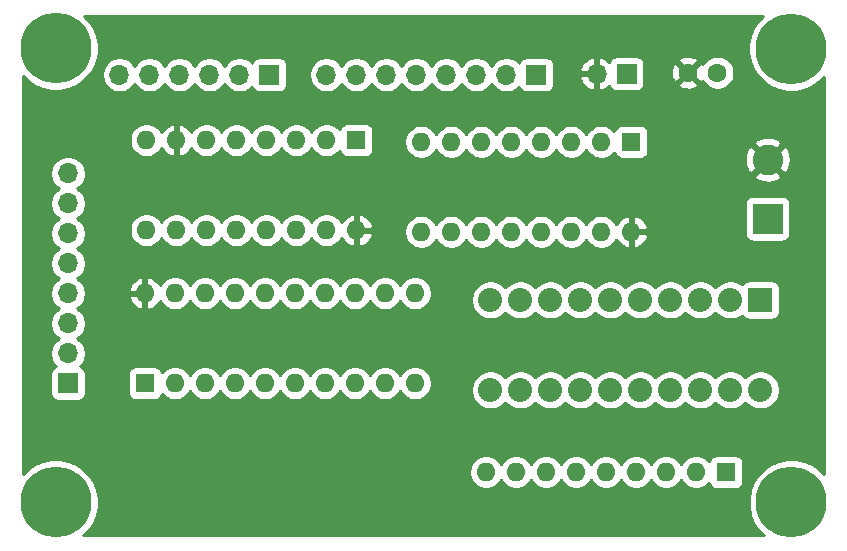
<source format=gbr>
%TF.GenerationSoftware,KiCad,Pcbnew,(5.1.9-0-10_14)*%
%TF.CreationDate,2021-06-19T00:06:11-04:00*%
%TF.ProjectId,COUNTER,434f554e-5445-4522-9e6b-696361645f70,rev?*%
%TF.SameCoordinates,Original*%
%TF.FileFunction,Copper,L3,Inr*%
%TF.FilePolarity,Positive*%
%FSLAX46Y46*%
G04 Gerber Fmt 4.6, Leading zero omitted, Abs format (unit mm)*
G04 Created by KiCad (PCBNEW (5.1.9-0-10_14)) date 2021-06-19 00:06:11*
%MOMM*%
%LPD*%
G01*
G04 APERTURE LIST*
%TA.AperFunction,ComponentPad*%
%ADD10O,1.700000X1.700000*%
%TD*%
%TA.AperFunction,ComponentPad*%
%ADD11R,1.700000X1.700000*%
%TD*%
%TA.AperFunction,ComponentPad*%
%ADD12C,0.800000*%
%TD*%
%TA.AperFunction,ComponentPad*%
%ADD13C,6.000000*%
%TD*%
%TA.AperFunction,ComponentPad*%
%ADD14O,1.600000X1.600000*%
%TD*%
%TA.AperFunction,ComponentPad*%
%ADD15R,1.600000X1.600000*%
%TD*%
%TA.AperFunction,ComponentPad*%
%ADD16C,2.032000*%
%TD*%
%TA.AperFunction,ComponentPad*%
%ADD17R,2.032000X2.032000*%
%TD*%
%TA.AperFunction,ComponentPad*%
%ADD18C,2.600000*%
%TD*%
%TA.AperFunction,ComponentPad*%
%ADD19R,2.600000X2.600000*%
%TD*%
%TA.AperFunction,ComponentPad*%
%ADD20C,1.600000*%
%TD*%
%TA.AperFunction,Conductor*%
%ADD21C,0.254000*%
%TD*%
%TA.AperFunction,Conductor*%
%ADD22C,0.100000*%
%TD*%
G04 APERTURE END LIST*
D10*
%TO.N,CARRY_OUT*%
%TO.C,J22*%
X85595500Y-36806000D03*
%TO.N,CE*%
X88135500Y-36806000D03*
%TO.N,OE*%
X90675500Y-36806000D03*
%TO.N,CLOCK*%
X93215500Y-36806000D03*
%TO.N,RESET*%
X95755500Y-36806000D03*
D11*
%TO.N,JUMP*%
X98295500Y-36806000D03*
%TD*%
D12*
%TO.N,N/C*%
%TO.C,REF\u002A\u002A*%
X144082490Y-71427510D03*
X142491500Y-70768500D03*
X140900510Y-71427510D03*
X140241500Y-73018500D03*
X140900510Y-74609490D03*
X142491500Y-75268500D03*
X144082490Y-74609490D03*
X144741500Y-73018500D03*
D13*
X142491500Y-73018500D03*
%TD*%
%TO.N,N/C*%
%TO.C,REF\u002A\u002A*%
X80191500Y-73008500D03*
D12*
X82441500Y-73008500D03*
X81782490Y-74599490D03*
X80191500Y-75258500D03*
X78600510Y-74599490D03*
X77941500Y-73008500D03*
X78600510Y-71417510D03*
X80191500Y-70758500D03*
X81782490Y-71417510D03*
%TD*%
D13*
%TO.N,N/C*%
%TO.C,REF\u002A\u002A*%
X142461500Y-34608500D03*
D12*
X144711500Y-34608500D03*
X144052490Y-36199490D03*
X142461500Y-36858500D03*
X140870510Y-36199490D03*
X140211500Y-34608500D03*
X140870510Y-33017510D03*
X142461500Y-32358500D03*
X144052490Y-33017510D03*
%TD*%
%TO.N,N/C*%
%TO.C,REF\u002A\u002A*%
X81782490Y-32957510D03*
X80191500Y-32298500D03*
X78600510Y-32957510D03*
X77941500Y-34548500D03*
X78600510Y-36139490D03*
X80191500Y-36798500D03*
X81782490Y-36139490D03*
X82441500Y-34548500D03*
D13*
X80191500Y-34548500D03*
%TD*%
D14*
%TO.N,Net-(BAR1-Pad13)*%
%TO.C,RN1*%
X116641500Y-70458500D03*
%TO.N,Net-(BAR1-Pad14)*%
X119181500Y-70458500D03*
%TO.N,Net-(BAR1-Pad15)*%
X121721500Y-70458500D03*
%TO.N,Net-(BAR1-Pad16)*%
X124261500Y-70458500D03*
%TO.N,Net-(BAR1-Pad17)*%
X126801500Y-70458500D03*
%TO.N,Net-(BAR1-Pad18)*%
X129341500Y-70458500D03*
%TO.N,Net-(BAR1-Pad19)*%
X131881500Y-70458500D03*
%TO.N,Net-(BAR1-Pad20)*%
X134421500Y-70458500D03*
D15*
%TO.N,GND*%
X136961500Y-70458500D03*
%TD*%
D16*
%TO.N,Net-(BAR1-Pad20)*%
%TO.C,BAR1*%
X139871500Y-63498500D03*
%TO.N,Net-(BAR1-Pad19)*%
X137331500Y-63498500D03*
%TO.N,Net-(BAR1-Pad18)*%
X134791500Y-63498500D03*
%TO.N,Net-(BAR1-Pad17)*%
X132251500Y-63498500D03*
%TO.N,Net-(BAR1-Pad9)*%
X119551500Y-55878500D03*
%TO.N,Net-(BAR1-Pad10)*%
X117011500Y-55878500D03*
%TO.N,Net-(BAR1-Pad11)*%
X117011500Y-63498500D03*
%TO.N,Net-(BAR1-Pad12)*%
X119551500Y-63498500D03*
%TO.N,B0*%
X122091500Y-55878500D03*
%TO.N,B1*%
X124631500Y-55878500D03*
%TO.N,B2*%
X127171500Y-55878500D03*
%TO.N,B3*%
X129711500Y-55878500D03*
%TO.N,Net-(BAR1-Pad16)*%
X129711500Y-63498500D03*
%TO.N,Net-(BAR1-Pad15)*%
X127171500Y-63498500D03*
%TO.N,Net-(BAR1-Pad14)*%
X124631500Y-63498500D03*
%TO.N,Net-(BAR1-Pad13)*%
X122091500Y-63498500D03*
%TO.N,B4*%
X132251500Y-55878500D03*
%TO.N,B5*%
X134791500Y-55878500D03*
%TO.N,B6*%
X137331500Y-55878500D03*
D17*
%TO.N,B7*%
X139871500Y-55878500D03*
%TD*%
D18*
%TO.N,VCC*%
%TO.C,J1*%
X140471500Y-43998500D03*
D19*
%TO.N,GND*%
X140471500Y-48998500D03*
%TD*%
D10*
%TO.N,D8*%
%TO.C,J23*%
X103121500Y-36806000D03*
%TO.N,D7*%
X105661500Y-36806000D03*
%TO.N,D6*%
X108201500Y-36806000D03*
%TO.N,D5*%
X110741500Y-36806000D03*
%TO.N,D4*%
X113281500Y-36806000D03*
%TO.N,D3*%
X115821500Y-36806000D03*
%TO.N,D2*%
X118361500Y-36806000D03*
D11*
%TO.N,D1*%
X120901500Y-36806000D03*
%TD*%
D10*
%TO.N,Y1*%
%TO.C,J24*%
X81244000Y-45168500D03*
%TO.N,Y2*%
X81244000Y-47708500D03*
%TO.N,Y3*%
X81244000Y-50248500D03*
%TO.N,Y4*%
X81244000Y-52788500D03*
%TO.N,Y5*%
X81244000Y-55328500D03*
%TO.N,Y6*%
X81244000Y-57868500D03*
%TO.N,Y7*%
X81244000Y-60408500D03*
D11*
%TO.N,Y8*%
X81244000Y-62948500D03*
%TD*%
D14*
%TO.N,VCC*%
%TO.C,U14*%
X128936000Y-50101500D03*
%TO.N,GND*%
X111156000Y-42481500D03*
%TO.N,Net-(U12-Pad10)*%
X126396000Y-50101500D03*
%TO.N,CE*%
X113696000Y-42481500D03*
%TO.N,B7*%
X123856000Y-50101500D03*
%TO.N,D4*%
X116236000Y-42481500D03*
%TO.N,B6*%
X121316000Y-50101500D03*
%TO.N,D3*%
X118776000Y-42481500D03*
%TO.N,B5*%
X118776000Y-50101500D03*
%TO.N,D2*%
X121316000Y-42481500D03*
%TO.N,B4*%
X116236000Y-50101500D03*
%TO.N,D1*%
X123856000Y-42481500D03*
%TO.N,CE*%
X113696000Y-50101500D03*
%TO.N,CLOCK*%
X126396000Y-42481500D03*
%TO.N,JUMP*%
X111156000Y-50101500D03*
D15*
%TO.N,RESET*%
X128936000Y-42481500D03*
%TD*%
D14*
%TO.N,VCC*%
%TO.C,U47*%
X87757000Y-55308500D03*
%TO.N,GND*%
X110617000Y-62928500D03*
%TO.N,OE*%
X90297000Y-55308500D03*
%TO.N,Y1*%
X108077000Y-62928500D03*
%TO.N,B0*%
X92837000Y-55308500D03*
%TO.N,Y2*%
X105537000Y-62928500D03*
%TO.N,B1*%
X95377000Y-55308500D03*
%TO.N,Y3*%
X102997000Y-62928500D03*
%TO.N,B2*%
X97917000Y-55308500D03*
%TO.N,Y4*%
X100457000Y-62928500D03*
%TO.N,B3*%
X100457000Y-55308500D03*
%TO.N,Y5*%
X97917000Y-62928500D03*
%TO.N,B4*%
X102997000Y-55308500D03*
%TO.N,Y6*%
X95377000Y-62928500D03*
%TO.N,B5*%
X105537000Y-55308500D03*
%TO.N,Y7*%
X92837000Y-62928500D03*
%TO.N,B6*%
X108077000Y-55308500D03*
%TO.N,Y8*%
X90297000Y-62928500D03*
%TO.N,B7*%
X110617000Y-55308500D03*
D15*
%TO.N,GND*%
X87757000Y-62928500D03*
%TD*%
D14*
%TO.N,VCC*%
%TO.C,U12*%
X105664000Y-49974500D03*
%TO.N,GND*%
X87884000Y-42354500D03*
%TO.N,CARRY_OUT*%
X103124000Y-49974500D03*
%TO.N,VCC*%
X90424000Y-42354500D03*
%TO.N,B3*%
X100584000Y-49974500D03*
%TO.N,D8*%
X92964000Y-42354500D03*
%TO.N,B2*%
X98044000Y-49974500D03*
%TO.N,D7*%
X95504000Y-42354500D03*
%TO.N,B1*%
X95504000Y-49974500D03*
%TO.N,D6*%
X98044000Y-42354500D03*
%TO.N,B0*%
X92964000Y-49974500D03*
%TO.N,D5*%
X100584000Y-42354500D03*
%TO.N,Net-(U12-Pad10)*%
X90424000Y-49974500D03*
%TO.N,CLOCK*%
X103124000Y-42354500D03*
%TO.N,JUMP*%
X87884000Y-49974500D03*
D15*
%TO.N,RESET*%
X105664000Y-42354500D03*
%TD*%
D10*
%TO.N,VCC*%
%TO.C,J10*%
X125989000Y-36719500D03*
D11*
%TO.N,GND*%
X128529000Y-36719500D03*
%TD*%
D20*
%TO.N,GND*%
%TO.C,C10*%
X136231500Y-36628500D03*
%TO.N,VCC*%
X133731500Y-36628500D03*
%TD*%
D21*
%TO.N,VCC*%
X139638011Y-32291323D02*
X139240205Y-32886682D01*
X138966191Y-33548210D01*
X138826500Y-34250484D01*
X138826500Y-34966516D01*
X138966191Y-35668790D01*
X139240205Y-36330318D01*
X139638011Y-36925677D01*
X140144323Y-37431989D01*
X140739682Y-37829795D01*
X141401210Y-38103809D01*
X142103484Y-38243500D01*
X142819516Y-38243500D01*
X143521790Y-38103809D01*
X144183318Y-37829795D01*
X144778677Y-37431989D01*
X145221500Y-36989166D01*
X145221501Y-70607835D01*
X144808677Y-70195011D01*
X144213318Y-69797205D01*
X143551790Y-69523191D01*
X142849516Y-69383500D01*
X142133484Y-69383500D01*
X141431210Y-69523191D01*
X140769682Y-69797205D01*
X140174323Y-70195011D01*
X139668011Y-70701323D01*
X139270205Y-71296682D01*
X138996191Y-71958210D01*
X138856500Y-72660484D01*
X138856500Y-73376516D01*
X138996191Y-74078790D01*
X139270205Y-74740318D01*
X139668011Y-75335677D01*
X140130834Y-75798500D01*
X82542166Y-75798500D01*
X83014989Y-75325677D01*
X83412795Y-74730318D01*
X83686809Y-74068790D01*
X83826500Y-73366516D01*
X83826500Y-72650484D01*
X83686809Y-71948210D01*
X83412795Y-71286682D01*
X83014989Y-70691323D01*
X82640831Y-70317165D01*
X115206500Y-70317165D01*
X115206500Y-70599835D01*
X115261647Y-70877074D01*
X115369820Y-71138227D01*
X115526863Y-71373259D01*
X115726741Y-71573137D01*
X115961773Y-71730180D01*
X116222926Y-71838353D01*
X116500165Y-71893500D01*
X116782835Y-71893500D01*
X117060074Y-71838353D01*
X117321227Y-71730180D01*
X117556259Y-71573137D01*
X117756137Y-71373259D01*
X117911500Y-71140741D01*
X118066863Y-71373259D01*
X118266741Y-71573137D01*
X118501773Y-71730180D01*
X118762926Y-71838353D01*
X119040165Y-71893500D01*
X119322835Y-71893500D01*
X119600074Y-71838353D01*
X119861227Y-71730180D01*
X120096259Y-71573137D01*
X120296137Y-71373259D01*
X120451500Y-71140741D01*
X120606863Y-71373259D01*
X120806741Y-71573137D01*
X121041773Y-71730180D01*
X121302926Y-71838353D01*
X121580165Y-71893500D01*
X121862835Y-71893500D01*
X122140074Y-71838353D01*
X122401227Y-71730180D01*
X122636259Y-71573137D01*
X122836137Y-71373259D01*
X122991500Y-71140741D01*
X123146863Y-71373259D01*
X123346741Y-71573137D01*
X123581773Y-71730180D01*
X123842926Y-71838353D01*
X124120165Y-71893500D01*
X124402835Y-71893500D01*
X124680074Y-71838353D01*
X124941227Y-71730180D01*
X125176259Y-71573137D01*
X125376137Y-71373259D01*
X125531500Y-71140741D01*
X125686863Y-71373259D01*
X125886741Y-71573137D01*
X126121773Y-71730180D01*
X126382926Y-71838353D01*
X126660165Y-71893500D01*
X126942835Y-71893500D01*
X127220074Y-71838353D01*
X127481227Y-71730180D01*
X127716259Y-71573137D01*
X127916137Y-71373259D01*
X128071500Y-71140741D01*
X128226863Y-71373259D01*
X128426741Y-71573137D01*
X128661773Y-71730180D01*
X128922926Y-71838353D01*
X129200165Y-71893500D01*
X129482835Y-71893500D01*
X129760074Y-71838353D01*
X130021227Y-71730180D01*
X130256259Y-71573137D01*
X130456137Y-71373259D01*
X130611500Y-71140741D01*
X130766863Y-71373259D01*
X130966741Y-71573137D01*
X131201773Y-71730180D01*
X131462926Y-71838353D01*
X131740165Y-71893500D01*
X132022835Y-71893500D01*
X132300074Y-71838353D01*
X132561227Y-71730180D01*
X132796259Y-71573137D01*
X132996137Y-71373259D01*
X133151500Y-71140741D01*
X133306863Y-71373259D01*
X133506741Y-71573137D01*
X133741773Y-71730180D01*
X134002926Y-71838353D01*
X134280165Y-71893500D01*
X134562835Y-71893500D01*
X134840074Y-71838353D01*
X135101227Y-71730180D01*
X135336259Y-71573137D01*
X135534857Y-71374539D01*
X135535688Y-71382982D01*
X135571998Y-71502680D01*
X135630963Y-71612994D01*
X135710315Y-71709685D01*
X135807006Y-71789037D01*
X135917320Y-71848002D01*
X136037018Y-71884312D01*
X136161500Y-71896572D01*
X137761500Y-71896572D01*
X137885982Y-71884312D01*
X138005680Y-71848002D01*
X138115994Y-71789037D01*
X138212685Y-71709685D01*
X138292037Y-71612994D01*
X138351002Y-71502680D01*
X138387312Y-71382982D01*
X138399572Y-71258500D01*
X138399572Y-69658500D01*
X138387312Y-69534018D01*
X138351002Y-69414320D01*
X138292037Y-69304006D01*
X138212685Y-69207315D01*
X138115994Y-69127963D01*
X138005680Y-69068998D01*
X137885982Y-69032688D01*
X137761500Y-69020428D01*
X136161500Y-69020428D01*
X136037018Y-69032688D01*
X135917320Y-69068998D01*
X135807006Y-69127963D01*
X135710315Y-69207315D01*
X135630963Y-69304006D01*
X135571998Y-69414320D01*
X135535688Y-69534018D01*
X135534857Y-69542461D01*
X135336259Y-69343863D01*
X135101227Y-69186820D01*
X134840074Y-69078647D01*
X134562835Y-69023500D01*
X134280165Y-69023500D01*
X134002926Y-69078647D01*
X133741773Y-69186820D01*
X133506741Y-69343863D01*
X133306863Y-69543741D01*
X133151500Y-69776259D01*
X132996137Y-69543741D01*
X132796259Y-69343863D01*
X132561227Y-69186820D01*
X132300074Y-69078647D01*
X132022835Y-69023500D01*
X131740165Y-69023500D01*
X131462926Y-69078647D01*
X131201773Y-69186820D01*
X130966741Y-69343863D01*
X130766863Y-69543741D01*
X130611500Y-69776259D01*
X130456137Y-69543741D01*
X130256259Y-69343863D01*
X130021227Y-69186820D01*
X129760074Y-69078647D01*
X129482835Y-69023500D01*
X129200165Y-69023500D01*
X128922926Y-69078647D01*
X128661773Y-69186820D01*
X128426741Y-69343863D01*
X128226863Y-69543741D01*
X128071500Y-69776259D01*
X127916137Y-69543741D01*
X127716259Y-69343863D01*
X127481227Y-69186820D01*
X127220074Y-69078647D01*
X126942835Y-69023500D01*
X126660165Y-69023500D01*
X126382926Y-69078647D01*
X126121773Y-69186820D01*
X125886741Y-69343863D01*
X125686863Y-69543741D01*
X125531500Y-69776259D01*
X125376137Y-69543741D01*
X125176259Y-69343863D01*
X124941227Y-69186820D01*
X124680074Y-69078647D01*
X124402835Y-69023500D01*
X124120165Y-69023500D01*
X123842926Y-69078647D01*
X123581773Y-69186820D01*
X123346741Y-69343863D01*
X123146863Y-69543741D01*
X122991500Y-69776259D01*
X122836137Y-69543741D01*
X122636259Y-69343863D01*
X122401227Y-69186820D01*
X122140074Y-69078647D01*
X121862835Y-69023500D01*
X121580165Y-69023500D01*
X121302926Y-69078647D01*
X121041773Y-69186820D01*
X120806741Y-69343863D01*
X120606863Y-69543741D01*
X120451500Y-69776259D01*
X120296137Y-69543741D01*
X120096259Y-69343863D01*
X119861227Y-69186820D01*
X119600074Y-69078647D01*
X119322835Y-69023500D01*
X119040165Y-69023500D01*
X118762926Y-69078647D01*
X118501773Y-69186820D01*
X118266741Y-69343863D01*
X118066863Y-69543741D01*
X117911500Y-69776259D01*
X117756137Y-69543741D01*
X117556259Y-69343863D01*
X117321227Y-69186820D01*
X117060074Y-69078647D01*
X116782835Y-69023500D01*
X116500165Y-69023500D01*
X116222926Y-69078647D01*
X115961773Y-69186820D01*
X115726741Y-69343863D01*
X115526863Y-69543741D01*
X115369820Y-69778773D01*
X115261647Y-70039926D01*
X115206500Y-70317165D01*
X82640831Y-70317165D01*
X82508677Y-70185011D01*
X81913318Y-69787205D01*
X81251790Y-69513191D01*
X80549516Y-69373500D01*
X79833484Y-69373500D01*
X79131210Y-69513191D01*
X78469682Y-69787205D01*
X77874323Y-70185011D01*
X77451500Y-70607834D01*
X77451500Y-62098500D01*
X79755928Y-62098500D01*
X79755928Y-63798500D01*
X79768188Y-63922982D01*
X79804498Y-64042680D01*
X79863463Y-64152994D01*
X79942815Y-64249685D01*
X80039506Y-64329037D01*
X80149820Y-64388002D01*
X80269518Y-64424312D01*
X80394000Y-64436572D01*
X82094000Y-64436572D01*
X82218482Y-64424312D01*
X82338180Y-64388002D01*
X82448494Y-64329037D01*
X82545185Y-64249685D01*
X82624537Y-64152994D01*
X82683502Y-64042680D01*
X82719812Y-63922982D01*
X82732072Y-63798500D01*
X82732072Y-62128500D01*
X86318928Y-62128500D01*
X86318928Y-63728500D01*
X86331188Y-63852982D01*
X86367498Y-63972680D01*
X86426463Y-64082994D01*
X86505815Y-64179685D01*
X86602506Y-64259037D01*
X86712820Y-64318002D01*
X86832518Y-64354312D01*
X86957000Y-64366572D01*
X88557000Y-64366572D01*
X88681482Y-64354312D01*
X88801180Y-64318002D01*
X88911494Y-64259037D01*
X89008185Y-64179685D01*
X89087537Y-64082994D01*
X89146502Y-63972680D01*
X89182812Y-63852982D01*
X89183643Y-63844539D01*
X89382241Y-64043137D01*
X89617273Y-64200180D01*
X89878426Y-64308353D01*
X90155665Y-64363500D01*
X90438335Y-64363500D01*
X90715574Y-64308353D01*
X90976727Y-64200180D01*
X91211759Y-64043137D01*
X91411637Y-63843259D01*
X91567000Y-63610741D01*
X91722363Y-63843259D01*
X91922241Y-64043137D01*
X92157273Y-64200180D01*
X92418426Y-64308353D01*
X92695665Y-64363500D01*
X92978335Y-64363500D01*
X93255574Y-64308353D01*
X93516727Y-64200180D01*
X93751759Y-64043137D01*
X93951637Y-63843259D01*
X94107000Y-63610741D01*
X94262363Y-63843259D01*
X94462241Y-64043137D01*
X94697273Y-64200180D01*
X94958426Y-64308353D01*
X95235665Y-64363500D01*
X95518335Y-64363500D01*
X95795574Y-64308353D01*
X96056727Y-64200180D01*
X96291759Y-64043137D01*
X96491637Y-63843259D01*
X96647000Y-63610741D01*
X96802363Y-63843259D01*
X97002241Y-64043137D01*
X97237273Y-64200180D01*
X97498426Y-64308353D01*
X97775665Y-64363500D01*
X98058335Y-64363500D01*
X98335574Y-64308353D01*
X98596727Y-64200180D01*
X98831759Y-64043137D01*
X99031637Y-63843259D01*
X99187000Y-63610741D01*
X99342363Y-63843259D01*
X99542241Y-64043137D01*
X99777273Y-64200180D01*
X100038426Y-64308353D01*
X100315665Y-64363500D01*
X100598335Y-64363500D01*
X100875574Y-64308353D01*
X101136727Y-64200180D01*
X101371759Y-64043137D01*
X101571637Y-63843259D01*
X101727000Y-63610741D01*
X101882363Y-63843259D01*
X102082241Y-64043137D01*
X102317273Y-64200180D01*
X102578426Y-64308353D01*
X102855665Y-64363500D01*
X103138335Y-64363500D01*
X103415574Y-64308353D01*
X103676727Y-64200180D01*
X103911759Y-64043137D01*
X104111637Y-63843259D01*
X104267000Y-63610741D01*
X104422363Y-63843259D01*
X104622241Y-64043137D01*
X104857273Y-64200180D01*
X105118426Y-64308353D01*
X105395665Y-64363500D01*
X105678335Y-64363500D01*
X105955574Y-64308353D01*
X106216727Y-64200180D01*
X106451759Y-64043137D01*
X106651637Y-63843259D01*
X106807000Y-63610741D01*
X106962363Y-63843259D01*
X107162241Y-64043137D01*
X107397273Y-64200180D01*
X107658426Y-64308353D01*
X107935665Y-64363500D01*
X108218335Y-64363500D01*
X108495574Y-64308353D01*
X108756727Y-64200180D01*
X108991759Y-64043137D01*
X109191637Y-63843259D01*
X109347000Y-63610741D01*
X109502363Y-63843259D01*
X109702241Y-64043137D01*
X109937273Y-64200180D01*
X110198426Y-64308353D01*
X110475665Y-64363500D01*
X110758335Y-64363500D01*
X111035574Y-64308353D01*
X111296727Y-64200180D01*
X111531759Y-64043137D01*
X111731637Y-63843259D01*
X111888680Y-63608227D01*
X111996853Y-63347074D01*
X111999077Y-63335891D01*
X115360500Y-63335891D01*
X115360500Y-63661109D01*
X115423947Y-63980079D01*
X115548403Y-64280542D01*
X115729085Y-64550951D01*
X115959049Y-64780915D01*
X116229458Y-64961597D01*
X116529921Y-65086053D01*
X116848891Y-65149500D01*
X117174109Y-65149500D01*
X117493079Y-65086053D01*
X117793542Y-64961597D01*
X118063951Y-64780915D01*
X118281500Y-64563366D01*
X118499049Y-64780915D01*
X118769458Y-64961597D01*
X119069921Y-65086053D01*
X119388891Y-65149500D01*
X119714109Y-65149500D01*
X120033079Y-65086053D01*
X120333542Y-64961597D01*
X120603951Y-64780915D01*
X120821500Y-64563366D01*
X121039049Y-64780915D01*
X121309458Y-64961597D01*
X121609921Y-65086053D01*
X121928891Y-65149500D01*
X122254109Y-65149500D01*
X122573079Y-65086053D01*
X122873542Y-64961597D01*
X123143951Y-64780915D01*
X123361500Y-64563366D01*
X123579049Y-64780915D01*
X123849458Y-64961597D01*
X124149921Y-65086053D01*
X124468891Y-65149500D01*
X124794109Y-65149500D01*
X125113079Y-65086053D01*
X125413542Y-64961597D01*
X125683951Y-64780915D01*
X125901500Y-64563366D01*
X126119049Y-64780915D01*
X126389458Y-64961597D01*
X126689921Y-65086053D01*
X127008891Y-65149500D01*
X127334109Y-65149500D01*
X127653079Y-65086053D01*
X127953542Y-64961597D01*
X128223951Y-64780915D01*
X128441500Y-64563366D01*
X128659049Y-64780915D01*
X128929458Y-64961597D01*
X129229921Y-65086053D01*
X129548891Y-65149500D01*
X129874109Y-65149500D01*
X130193079Y-65086053D01*
X130493542Y-64961597D01*
X130763951Y-64780915D01*
X130981500Y-64563366D01*
X131199049Y-64780915D01*
X131469458Y-64961597D01*
X131769921Y-65086053D01*
X132088891Y-65149500D01*
X132414109Y-65149500D01*
X132733079Y-65086053D01*
X133033542Y-64961597D01*
X133303951Y-64780915D01*
X133521500Y-64563366D01*
X133739049Y-64780915D01*
X134009458Y-64961597D01*
X134309921Y-65086053D01*
X134628891Y-65149500D01*
X134954109Y-65149500D01*
X135273079Y-65086053D01*
X135573542Y-64961597D01*
X135843951Y-64780915D01*
X136061500Y-64563366D01*
X136279049Y-64780915D01*
X136549458Y-64961597D01*
X136849921Y-65086053D01*
X137168891Y-65149500D01*
X137494109Y-65149500D01*
X137813079Y-65086053D01*
X138113542Y-64961597D01*
X138383951Y-64780915D01*
X138601500Y-64563366D01*
X138819049Y-64780915D01*
X139089458Y-64961597D01*
X139389921Y-65086053D01*
X139708891Y-65149500D01*
X140034109Y-65149500D01*
X140353079Y-65086053D01*
X140653542Y-64961597D01*
X140923951Y-64780915D01*
X141153915Y-64550951D01*
X141334597Y-64280542D01*
X141459053Y-63980079D01*
X141522500Y-63661109D01*
X141522500Y-63335891D01*
X141459053Y-63016921D01*
X141334597Y-62716458D01*
X141153915Y-62446049D01*
X140923951Y-62216085D01*
X140653542Y-62035403D01*
X140353079Y-61910947D01*
X140034109Y-61847500D01*
X139708891Y-61847500D01*
X139389921Y-61910947D01*
X139089458Y-62035403D01*
X138819049Y-62216085D01*
X138601500Y-62433634D01*
X138383951Y-62216085D01*
X138113542Y-62035403D01*
X137813079Y-61910947D01*
X137494109Y-61847500D01*
X137168891Y-61847500D01*
X136849921Y-61910947D01*
X136549458Y-62035403D01*
X136279049Y-62216085D01*
X136061500Y-62433634D01*
X135843951Y-62216085D01*
X135573542Y-62035403D01*
X135273079Y-61910947D01*
X134954109Y-61847500D01*
X134628891Y-61847500D01*
X134309921Y-61910947D01*
X134009458Y-62035403D01*
X133739049Y-62216085D01*
X133521500Y-62433634D01*
X133303951Y-62216085D01*
X133033542Y-62035403D01*
X132733079Y-61910947D01*
X132414109Y-61847500D01*
X132088891Y-61847500D01*
X131769921Y-61910947D01*
X131469458Y-62035403D01*
X131199049Y-62216085D01*
X130981500Y-62433634D01*
X130763951Y-62216085D01*
X130493542Y-62035403D01*
X130193079Y-61910947D01*
X129874109Y-61847500D01*
X129548891Y-61847500D01*
X129229921Y-61910947D01*
X128929458Y-62035403D01*
X128659049Y-62216085D01*
X128441500Y-62433634D01*
X128223951Y-62216085D01*
X127953542Y-62035403D01*
X127653079Y-61910947D01*
X127334109Y-61847500D01*
X127008891Y-61847500D01*
X126689921Y-61910947D01*
X126389458Y-62035403D01*
X126119049Y-62216085D01*
X125901500Y-62433634D01*
X125683951Y-62216085D01*
X125413542Y-62035403D01*
X125113079Y-61910947D01*
X124794109Y-61847500D01*
X124468891Y-61847500D01*
X124149921Y-61910947D01*
X123849458Y-62035403D01*
X123579049Y-62216085D01*
X123361500Y-62433634D01*
X123143951Y-62216085D01*
X122873542Y-62035403D01*
X122573079Y-61910947D01*
X122254109Y-61847500D01*
X121928891Y-61847500D01*
X121609921Y-61910947D01*
X121309458Y-62035403D01*
X121039049Y-62216085D01*
X120821500Y-62433634D01*
X120603951Y-62216085D01*
X120333542Y-62035403D01*
X120033079Y-61910947D01*
X119714109Y-61847500D01*
X119388891Y-61847500D01*
X119069921Y-61910947D01*
X118769458Y-62035403D01*
X118499049Y-62216085D01*
X118281500Y-62433634D01*
X118063951Y-62216085D01*
X117793542Y-62035403D01*
X117493079Y-61910947D01*
X117174109Y-61847500D01*
X116848891Y-61847500D01*
X116529921Y-61910947D01*
X116229458Y-62035403D01*
X115959049Y-62216085D01*
X115729085Y-62446049D01*
X115548403Y-62716458D01*
X115423947Y-63016921D01*
X115360500Y-63335891D01*
X111999077Y-63335891D01*
X112052000Y-63069835D01*
X112052000Y-62787165D01*
X111996853Y-62509926D01*
X111888680Y-62248773D01*
X111731637Y-62013741D01*
X111531759Y-61813863D01*
X111296727Y-61656820D01*
X111035574Y-61548647D01*
X110758335Y-61493500D01*
X110475665Y-61493500D01*
X110198426Y-61548647D01*
X109937273Y-61656820D01*
X109702241Y-61813863D01*
X109502363Y-62013741D01*
X109347000Y-62246259D01*
X109191637Y-62013741D01*
X108991759Y-61813863D01*
X108756727Y-61656820D01*
X108495574Y-61548647D01*
X108218335Y-61493500D01*
X107935665Y-61493500D01*
X107658426Y-61548647D01*
X107397273Y-61656820D01*
X107162241Y-61813863D01*
X106962363Y-62013741D01*
X106807000Y-62246259D01*
X106651637Y-62013741D01*
X106451759Y-61813863D01*
X106216727Y-61656820D01*
X105955574Y-61548647D01*
X105678335Y-61493500D01*
X105395665Y-61493500D01*
X105118426Y-61548647D01*
X104857273Y-61656820D01*
X104622241Y-61813863D01*
X104422363Y-62013741D01*
X104267000Y-62246259D01*
X104111637Y-62013741D01*
X103911759Y-61813863D01*
X103676727Y-61656820D01*
X103415574Y-61548647D01*
X103138335Y-61493500D01*
X102855665Y-61493500D01*
X102578426Y-61548647D01*
X102317273Y-61656820D01*
X102082241Y-61813863D01*
X101882363Y-62013741D01*
X101727000Y-62246259D01*
X101571637Y-62013741D01*
X101371759Y-61813863D01*
X101136727Y-61656820D01*
X100875574Y-61548647D01*
X100598335Y-61493500D01*
X100315665Y-61493500D01*
X100038426Y-61548647D01*
X99777273Y-61656820D01*
X99542241Y-61813863D01*
X99342363Y-62013741D01*
X99187000Y-62246259D01*
X99031637Y-62013741D01*
X98831759Y-61813863D01*
X98596727Y-61656820D01*
X98335574Y-61548647D01*
X98058335Y-61493500D01*
X97775665Y-61493500D01*
X97498426Y-61548647D01*
X97237273Y-61656820D01*
X97002241Y-61813863D01*
X96802363Y-62013741D01*
X96647000Y-62246259D01*
X96491637Y-62013741D01*
X96291759Y-61813863D01*
X96056727Y-61656820D01*
X95795574Y-61548647D01*
X95518335Y-61493500D01*
X95235665Y-61493500D01*
X94958426Y-61548647D01*
X94697273Y-61656820D01*
X94462241Y-61813863D01*
X94262363Y-62013741D01*
X94107000Y-62246259D01*
X93951637Y-62013741D01*
X93751759Y-61813863D01*
X93516727Y-61656820D01*
X93255574Y-61548647D01*
X92978335Y-61493500D01*
X92695665Y-61493500D01*
X92418426Y-61548647D01*
X92157273Y-61656820D01*
X91922241Y-61813863D01*
X91722363Y-62013741D01*
X91567000Y-62246259D01*
X91411637Y-62013741D01*
X91211759Y-61813863D01*
X90976727Y-61656820D01*
X90715574Y-61548647D01*
X90438335Y-61493500D01*
X90155665Y-61493500D01*
X89878426Y-61548647D01*
X89617273Y-61656820D01*
X89382241Y-61813863D01*
X89183643Y-62012461D01*
X89182812Y-62004018D01*
X89146502Y-61884320D01*
X89087537Y-61774006D01*
X89008185Y-61677315D01*
X88911494Y-61597963D01*
X88801180Y-61538998D01*
X88681482Y-61502688D01*
X88557000Y-61490428D01*
X86957000Y-61490428D01*
X86832518Y-61502688D01*
X86712820Y-61538998D01*
X86602506Y-61597963D01*
X86505815Y-61677315D01*
X86426463Y-61774006D01*
X86367498Y-61884320D01*
X86331188Y-62004018D01*
X86318928Y-62128500D01*
X82732072Y-62128500D01*
X82732072Y-62098500D01*
X82719812Y-61974018D01*
X82683502Y-61854320D01*
X82624537Y-61744006D01*
X82545185Y-61647315D01*
X82448494Y-61567963D01*
X82338180Y-61508998D01*
X82265620Y-61486987D01*
X82397475Y-61355132D01*
X82559990Y-61111911D01*
X82671932Y-60841658D01*
X82729000Y-60554760D01*
X82729000Y-60262240D01*
X82671932Y-59975342D01*
X82559990Y-59705089D01*
X82397475Y-59461868D01*
X82190632Y-59255025D01*
X82016240Y-59138500D01*
X82190632Y-59021975D01*
X82397475Y-58815132D01*
X82559990Y-58571911D01*
X82671932Y-58301658D01*
X82729000Y-58014760D01*
X82729000Y-57722240D01*
X82671932Y-57435342D01*
X82559990Y-57165089D01*
X82397475Y-56921868D01*
X82190632Y-56715025D01*
X82016240Y-56598500D01*
X82190632Y-56481975D01*
X82397475Y-56275132D01*
X82559990Y-56031911D01*
X82671932Y-55761658D01*
X82692642Y-55657540D01*
X86365091Y-55657540D01*
X86459930Y-55922381D01*
X86604615Y-56163631D01*
X86793586Y-56372019D01*
X87019580Y-56539537D01*
X87273913Y-56659746D01*
X87407961Y-56700404D01*
X87630000Y-56578415D01*
X87630000Y-55435500D01*
X86486376Y-55435500D01*
X86365091Y-55657540D01*
X82692642Y-55657540D01*
X82729000Y-55474760D01*
X82729000Y-55182240D01*
X82684686Y-54959460D01*
X86365091Y-54959460D01*
X86486376Y-55181500D01*
X87630000Y-55181500D01*
X87630000Y-54038585D01*
X87884000Y-54038585D01*
X87884000Y-55181500D01*
X87904000Y-55181500D01*
X87904000Y-55435500D01*
X87884000Y-55435500D01*
X87884000Y-56578415D01*
X88106039Y-56700404D01*
X88240087Y-56659746D01*
X88494420Y-56539537D01*
X88720414Y-56372019D01*
X88909385Y-56163631D01*
X89020933Y-55977635D01*
X89025320Y-55988227D01*
X89182363Y-56223259D01*
X89382241Y-56423137D01*
X89617273Y-56580180D01*
X89878426Y-56688353D01*
X90155665Y-56743500D01*
X90438335Y-56743500D01*
X90715574Y-56688353D01*
X90976727Y-56580180D01*
X91211759Y-56423137D01*
X91411637Y-56223259D01*
X91567000Y-55990741D01*
X91722363Y-56223259D01*
X91922241Y-56423137D01*
X92157273Y-56580180D01*
X92418426Y-56688353D01*
X92695665Y-56743500D01*
X92978335Y-56743500D01*
X93255574Y-56688353D01*
X93516727Y-56580180D01*
X93751759Y-56423137D01*
X93951637Y-56223259D01*
X94107000Y-55990741D01*
X94262363Y-56223259D01*
X94462241Y-56423137D01*
X94697273Y-56580180D01*
X94958426Y-56688353D01*
X95235665Y-56743500D01*
X95518335Y-56743500D01*
X95795574Y-56688353D01*
X96056727Y-56580180D01*
X96291759Y-56423137D01*
X96491637Y-56223259D01*
X96647000Y-55990741D01*
X96802363Y-56223259D01*
X97002241Y-56423137D01*
X97237273Y-56580180D01*
X97498426Y-56688353D01*
X97775665Y-56743500D01*
X98058335Y-56743500D01*
X98335574Y-56688353D01*
X98596727Y-56580180D01*
X98831759Y-56423137D01*
X99031637Y-56223259D01*
X99187000Y-55990741D01*
X99342363Y-56223259D01*
X99542241Y-56423137D01*
X99777273Y-56580180D01*
X100038426Y-56688353D01*
X100315665Y-56743500D01*
X100598335Y-56743500D01*
X100875574Y-56688353D01*
X101136727Y-56580180D01*
X101371759Y-56423137D01*
X101571637Y-56223259D01*
X101727000Y-55990741D01*
X101882363Y-56223259D01*
X102082241Y-56423137D01*
X102317273Y-56580180D01*
X102578426Y-56688353D01*
X102855665Y-56743500D01*
X103138335Y-56743500D01*
X103415574Y-56688353D01*
X103676727Y-56580180D01*
X103911759Y-56423137D01*
X104111637Y-56223259D01*
X104267000Y-55990741D01*
X104422363Y-56223259D01*
X104622241Y-56423137D01*
X104857273Y-56580180D01*
X105118426Y-56688353D01*
X105395665Y-56743500D01*
X105678335Y-56743500D01*
X105955574Y-56688353D01*
X106216727Y-56580180D01*
X106451759Y-56423137D01*
X106651637Y-56223259D01*
X106807000Y-55990741D01*
X106962363Y-56223259D01*
X107162241Y-56423137D01*
X107397273Y-56580180D01*
X107658426Y-56688353D01*
X107935665Y-56743500D01*
X108218335Y-56743500D01*
X108495574Y-56688353D01*
X108756727Y-56580180D01*
X108991759Y-56423137D01*
X109191637Y-56223259D01*
X109347000Y-55990741D01*
X109502363Y-56223259D01*
X109702241Y-56423137D01*
X109937273Y-56580180D01*
X110198426Y-56688353D01*
X110475665Y-56743500D01*
X110758335Y-56743500D01*
X111035574Y-56688353D01*
X111296727Y-56580180D01*
X111531759Y-56423137D01*
X111731637Y-56223259D01*
X111888680Y-55988227D01*
X111996853Y-55727074D01*
X111999077Y-55715891D01*
X115360500Y-55715891D01*
X115360500Y-56041109D01*
X115423947Y-56360079D01*
X115548403Y-56660542D01*
X115729085Y-56930951D01*
X115959049Y-57160915D01*
X116229458Y-57341597D01*
X116529921Y-57466053D01*
X116848891Y-57529500D01*
X117174109Y-57529500D01*
X117493079Y-57466053D01*
X117793542Y-57341597D01*
X118063951Y-57160915D01*
X118281500Y-56943366D01*
X118499049Y-57160915D01*
X118769458Y-57341597D01*
X119069921Y-57466053D01*
X119388891Y-57529500D01*
X119714109Y-57529500D01*
X120033079Y-57466053D01*
X120333542Y-57341597D01*
X120603951Y-57160915D01*
X120821500Y-56943366D01*
X121039049Y-57160915D01*
X121309458Y-57341597D01*
X121609921Y-57466053D01*
X121928891Y-57529500D01*
X122254109Y-57529500D01*
X122573079Y-57466053D01*
X122873542Y-57341597D01*
X123143951Y-57160915D01*
X123361500Y-56943366D01*
X123579049Y-57160915D01*
X123849458Y-57341597D01*
X124149921Y-57466053D01*
X124468891Y-57529500D01*
X124794109Y-57529500D01*
X125113079Y-57466053D01*
X125413542Y-57341597D01*
X125683951Y-57160915D01*
X125901500Y-56943366D01*
X126119049Y-57160915D01*
X126389458Y-57341597D01*
X126689921Y-57466053D01*
X127008891Y-57529500D01*
X127334109Y-57529500D01*
X127653079Y-57466053D01*
X127953542Y-57341597D01*
X128223951Y-57160915D01*
X128441500Y-56943366D01*
X128659049Y-57160915D01*
X128929458Y-57341597D01*
X129229921Y-57466053D01*
X129548891Y-57529500D01*
X129874109Y-57529500D01*
X130193079Y-57466053D01*
X130493542Y-57341597D01*
X130763951Y-57160915D01*
X130981500Y-56943366D01*
X131199049Y-57160915D01*
X131469458Y-57341597D01*
X131769921Y-57466053D01*
X132088891Y-57529500D01*
X132414109Y-57529500D01*
X132733079Y-57466053D01*
X133033542Y-57341597D01*
X133303951Y-57160915D01*
X133521500Y-56943366D01*
X133739049Y-57160915D01*
X134009458Y-57341597D01*
X134309921Y-57466053D01*
X134628891Y-57529500D01*
X134954109Y-57529500D01*
X135273079Y-57466053D01*
X135573542Y-57341597D01*
X135843951Y-57160915D01*
X136061500Y-56943366D01*
X136279049Y-57160915D01*
X136549458Y-57341597D01*
X136849921Y-57466053D01*
X137168891Y-57529500D01*
X137494109Y-57529500D01*
X137813079Y-57466053D01*
X138113542Y-57341597D01*
X138305796Y-57213136D01*
X138324963Y-57248994D01*
X138404315Y-57345685D01*
X138501006Y-57425037D01*
X138611320Y-57484002D01*
X138731018Y-57520312D01*
X138855500Y-57532572D01*
X140887500Y-57532572D01*
X141011982Y-57520312D01*
X141131680Y-57484002D01*
X141241994Y-57425037D01*
X141338685Y-57345685D01*
X141418037Y-57248994D01*
X141477002Y-57138680D01*
X141513312Y-57018982D01*
X141525572Y-56894500D01*
X141525572Y-54862500D01*
X141513312Y-54738018D01*
X141477002Y-54618320D01*
X141418037Y-54508006D01*
X141338685Y-54411315D01*
X141241994Y-54331963D01*
X141131680Y-54272998D01*
X141011982Y-54236688D01*
X140887500Y-54224428D01*
X138855500Y-54224428D01*
X138731018Y-54236688D01*
X138611320Y-54272998D01*
X138501006Y-54331963D01*
X138404315Y-54411315D01*
X138324963Y-54508006D01*
X138305796Y-54543864D01*
X138113542Y-54415403D01*
X137813079Y-54290947D01*
X137494109Y-54227500D01*
X137168891Y-54227500D01*
X136849921Y-54290947D01*
X136549458Y-54415403D01*
X136279049Y-54596085D01*
X136061500Y-54813634D01*
X135843951Y-54596085D01*
X135573542Y-54415403D01*
X135273079Y-54290947D01*
X134954109Y-54227500D01*
X134628891Y-54227500D01*
X134309921Y-54290947D01*
X134009458Y-54415403D01*
X133739049Y-54596085D01*
X133521500Y-54813634D01*
X133303951Y-54596085D01*
X133033542Y-54415403D01*
X132733079Y-54290947D01*
X132414109Y-54227500D01*
X132088891Y-54227500D01*
X131769921Y-54290947D01*
X131469458Y-54415403D01*
X131199049Y-54596085D01*
X130981500Y-54813634D01*
X130763951Y-54596085D01*
X130493542Y-54415403D01*
X130193079Y-54290947D01*
X129874109Y-54227500D01*
X129548891Y-54227500D01*
X129229921Y-54290947D01*
X128929458Y-54415403D01*
X128659049Y-54596085D01*
X128441500Y-54813634D01*
X128223951Y-54596085D01*
X127953542Y-54415403D01*
X127653079Y-54290947D01*
X127334109Y-54227500D01*
X127008891Y-54227500D01*
X126689921Y-54290947D01*
X126389458Y-54415403D01*
X126119049Y-54596085D01*
X125901500Y-54813634D01*
X125683951Y-54596085D01*
X125413542Y-54415403D01*
X125113079Y-54290947D01*
X124794109Y-54227500D01*
X124468891Y-54227500D01*
X124149921Y-54290947D01*
X123849458Y-54415403D01*
X123579049Y-54596085D01*
X123361500Y-54813634D01*
X123143951Y-54596085D01*
X122873542Y-54415403D01*
X122573079Y-54290947D01*
X122254109Y-54227500D01*
X121928891Y-54227500D01*
X121609921Y-54290947D01*
X121309458Y-54415403D01*
X121039049Y-54596085D01*
X120821500Y-54813634D01*
X120603951Y-54596085D01*
X120333542Y-54415403D01*
X120033079Y-54290947D01*
X119714109Y-54227500D01*
X119388891Y-54227500D01*
X119069921Y-54290947D01*
X118769458Y-54415403D01*
X118499049Y-54596085D01*
X118281500Y-54813634D01*
X118063951Y-54596085D01*
X117793542Y-54415403D01*
X117493079Y-54290947D01*
X117174109Y-54227500D01*
X116848891Y-54227500D01*
X116529921Y-54290947D01*
X116229458Y-54415403D01*
X115959049Y-54596085D01*
X115729085Y-54826049D01*
X115548403Y-55096458D01*
X115423947Y-55396921D01*
X115360500Y-55715891D01*
X111999077Y-55715891D01*
X112052000Y-55449835D01*
X112052000Y-55167165D01*
X111996853Y-54889926D01*
X111888680Y-54628773D01*
X111731637Y-54393741D01*
X111531759Y-54193863D01*
X111296727Y-54036820D01*
X111035574Y-53928647D01*
X110758335Y-53873500D01*
X110475665Y-53873500D01*
X110198426Y-53928647D01*
X109937273Y-54036820D01*
X109702241Y-54193863D01*
X109502363Y-54393741D01*
X109347000Y-54626259D01*
X109191637Y-54393741D01*
X108991759Y-54193863D01*
X108756727Y-54036820D01*
X108495574Y-53928647D01*
X108218335Y-53873500D01*
X107935665Y-53873500D01*
X107658426Y-53928647D01*
X107397273Y-54036820D01*
X107162241Y-54193863D01*
X106962363Y-54393741D01*
X106807000Y-54626259D01*
X106651637Y-54393741D01*
X106451759Y-54193863D01*
X106216727Y-54036820D01*
X105955574Y-53928647D01*
X105678335Y-53873500D01*
X105395665Y-53873500D01*
X105118426Y-53928647D01*
X104857273Y-54036820D01*
X104622241Y-54193863D01*
X104422363Y-54393741D01*
X104267000Y-54626259D01*
X104111637Y-54393741D01*
X103911759Y-54193863D01*
X103676727Y-54036820D01*
X103415574Y-53928647D01*
X103138335Y-53873500D01*
X102855665Y-53873500D01*
X102578426Y-53928647D01*
X102317273Y-54036820D01*
X102082241Y-54193863D01*
X101882363Y-54393741D01*
X101727000Y-54626259D01*
X101571637Y-54393741D01*
X101371759Y-54193863D01*
X101136727Y-54036820D01*
X100875574Y-53928647D01*
X100598335Y-53873500D01*
X100315665Y-53873500D01*
X100038426Y-53928647D01*
X99777273Y-54036820D01*
X99542241Y-54193863D01*
X99342363Y-54393741D01*
X99187000Y-54626259D01*
X99031637Y-54393741D01*
X98831759Y-54193863D01*
X98596727Y-54036820D01*
X98335574Y-53928647D01*
X98058335Y-53873500D01*
X97775665Y-53873500D01*
X97498426Y-53928647D01*
X97237273Y-54036820D01*
X97002241Y-54193863D01*
X96802363Y-54393741D01*
X96647000Y-54626259D01*
X96491637Y-54393741D01*
X96291759Y-54193863D01*
X96056727Y-54036820D01*
X95795574Y-53928647D01*
X95518335Y-53873500D01*
X95235665Y-53873500D01*
X94958426Y-53928647D01*
X94697273Y-54036820D01*
X94462241Y-54193863D01*
X94262363Y-54393741D01*
X94107000Y-54626259D01*
X93951637Y-54393741D01*
X93751759Y-54193863D01*
X93516727Y-54036820D01*
X93255574Y-53928647D01*
X92978335Y-53873500D01*
X92695665Y-53873500D01*
X92418426Y-53928647D01*
X92157273Y-54036820D01*
X91922241Y-54193863D01*
X91722363Y-54393741D01*
X91567000Y-54626259D01*
X91411637Y-54393741D01*
X91211759Y-54193863D01*
X90976727Y-54036820D01*
X90715574Y-53928647D01*
X90438335Y-53873500D01*
X90155665Y-53873500D01*
X89878426Y-53928647D01*
X89617273Y-54036820D01*
X89382241Y-54193863D01*
X89182363Y-54393741D01*
X89025320Y-54628773D01*
X89020933Y-54639365D01*
X88909385Y-54453369D01*
X88720414Y-54244981D01*
X88494420Y-54077463D01*
X88240087Y-53957254D01*
X88106039Y-53916596D01*
X87884000Y-54038585D01*
X87630000Y-54038585D01*
X87407961Y-53916596D01*
X87273913Y-53957254D01*
X87019580Y-54077463D01*
X86793586Y-54244981D01*
X86604615Y-54453369D01*
X86459930Y-54694619D01*
X86365091Y-54959460D01*
X82684686Y-54959460D01*
X82671932Y-54895342D01*
X82559990Y-54625089D01*
X82397475Y-54381868D01*
X82190632Y-54175025D01*
X82016240Y-54058500D01*
X82190632Y-53941975D01*
X82397475Y-53735132D01*
X82559990Y-53491911D01*
X82671932Y-53221658D01*
X82729000Y-52934760D01*
X82729000Y-52642240D01*
X82671932Y-52355342D01*
X82559990Y-52085089D01*
X82397475Y-51841868D01*
X82190632Y-51635025D01*
X82016240Y-51518500D01*
X82190632Y-51401975D01*
X82397475Y-51195132D01*
X82559990Y-50951911D01*
X82671932Y-50681658D01*
X82729000Y-50394760D01*
X82729000Y-50102240D01*
X82675478Y-49833165D01*
X86449000Y-49833165D01*
X86449000Y-50115835D01*
X86504147Y-50393074D01*
X86612320Y-50654227D01*
X86769363Y-50889259D01*
X86969241Y-51089137D01*
X87204273Y-51246180D01*
X87465426Y-51354353D01*
X87742665Y-51409500D01*
X88025335Y-51409500D01*
X88302574Y-51354353D01*
X88563727Y-51246180D01*
X88798759Y-51089137D01*
X88998637Y-50889259D01*
X89154000Y-50656741D01*
X89309363Y-50889259D01*
X89509241Y-51089137D01*
X89744273Y-51246180D01*
X90005426Y-51354353D01*
X90282665Y-51409500D01*
X90565335Y-51409500D01*
X90842574Y-51354353D01*
X91103727Y-51246180D01*
X91338759Y-51089137D01*
X91538637Y-50889259D01*
X91694000Y-50656741D01*
X91849363Y-50889259D01*
X92049241Y-51089137D01*
X92284273Y-51246180D01*
X92545426Y-51354353D01*
X92822665Y-51409500D01*
X93105335Y-51409500D01*
X93382574Y-51354353D01*
X93643727Y-51246180D01*
X93878759Y-51089137D01*
X94078637Y-50889259D01*
X94234000Y-50656741D01*
X94389363Y-50889259D01*
X94589241Y-51089137D01*
X94824273Y-51246180D01*
X95085426Y-51354353D01*
X95362665Y-51409500D01*
X95645335Y-51409500D01*
X95922574Y-51354353D01*
X96183727Y-51246180D01*
X96418759Y-51089137D01*
X96618637Y-50889259D01*
X96774000Y-50656741D01*
X96929363Y-50889259D01*
X97129241Y-51089137D01*
X97364273Y-51246180D01*
X97625426Y-51354353D01*
X97902665Y-51409500D01*
X98185335Y-51409500D01*
X98462574Y-51354353D01*
X98723727Y-51246180D01*
X98958759Y-51089137D01*
X99158637Y-50889259D01*
X99314000Y-50656741D01*
X99469363Y-50889259D01*
X99669241Y-51089137D01*
X99904273Y-51246180D01*
X100165426Y-51354353D01*
X100442665Y-51409500D01*
X100725335Y-51409500D01*
X101002574Y-51354353D01*
X101263727Y-51246180D01*
X101498759Y-51089137D01*
X101698637Y-50889259D01*
X101854000Y-50656741D01*
X102009363Y-50889259D01*
X102209241Y-51089137D01*
X102444273Y-51246180D01*
X102705426Y-51354353D01*
X102982665Y-51409500D01*
X103265335Y-51409500D01*
X103542574Y-51354353D01*
X103803727Y-51246180D01*
X104038759Y-51089137D01*
X104238637Y-50889259D01*
X104395680Y-50654227D01*
X104400067Y-50643635D01*
X104511615Y-50829631D01*
X104700586Y-51038019D01*
X104926580Y-51205537D01*
X105180913Y-51325746D01*
X105314961Y-51366404D01*
X105537000Y-51244415D01*
X105537000Y-50101500D01*
X105791000Y-50101500D01*
X105791000Y-51244415D01*
X106013039Y-51366404D01*
X106147087Y-51325746D01*
X106401420Y-51205537D01*
X106627414Y-51038019D01*
X106816385Y-50829631D01*
X106961070Y-50588381D01*
X107055909Y-50323540D01*
X106934624Y-50101500D01*
X105791000Y-50101500D01*
X105537000Y-50101500D01*
X105517000Y-50101500D01*
X105517000Y-49960165D01*
X109721000Y-49960165D01*
X109721000Y-50242835D01*
X109776147Y-50520074D01*
X109884320Y-50781227D01*
X110041363Y-51016259D01*
X110241241Y-51216137D01*
X110476273Y-51373180D01*
X110737426Y-51481353D01*
X111014665Y-51536500D01*
X111297335Y-51536500D01*
X111574574Y-51481353D01*
X111835727Y-51373180D01*
X112070759Y-51216137D01*
X112270637Y-51016259D01*
X112426000Y-50783741D01*
X112581363Y-51016259D01*
X112781241Y-51216137D01*
X113016273Y-51373180D01*
X113277426Y-51481353D01*
X113554665Y-51536500D01*
X113837335Y-51536500D01*
X114114574Y-51481353D01*
X114375727Y-51373180D01*
X114610759Y-51216137D01*
X114810637Y-51016259D01*
X114966000Y-50783741D01*
X115121363Y-51016259D01*
X115321241Y-51216137D01*
X115556273Y-51373180D01*
X115817426Y-51481353D01*
X116094665Y-51536500D01*
X116377335Y-51536500D01*
X116654574Y-51481353D01*
X116915727Y-51373180D01*
X117150759Y-51216137D01*
X117350637Y-51016259D01*
X117506000Y-50783741D01*
X117661363Y-51016259D01*
X117861241Y-51216137D01*
X118096273Y-51373180D01*
X118357426Y-51481353D01*
X118634665Y-51536500D01*
X118917335Y-51536500D01*
X119194574Y-51481353D01*
X119455727Y-51373180D01*
X119690759Y-51216137D01*
X119890637Y-51016259D01*
X120046000Y-50783741D01*
X120201363Y-51016259D01*
X120401241Y-51216137D01*
X120636273Y-51373180D01*
X120897426Y-51481353D01*
X121174665Y-51536500D01*
X121457335Y-51536500D01*
X121734574Y-51481353D01*
X121995727Y-51373180D01*
X122230759Y-51216137D01*
X122430637Y-51016259D01*
X122586000Y-50783741D01*
X122741363Y-51016259D01*
X122941241Y-51216137D01*
X123176273Y-51373180D01*
X123437426Y-51481353D01*
X123714665Y-51536500D01*
X123997335Y-51536500D01*
X124274574Y-51481353D01*
X124535727Y-51373180D01*
X124770759Y-51216137D01*
X124970637Y-51016259D01*
X125126000Y-50783741D01*
X125281363Y-51016259D01*
X125481241Y-51216137D01*
X125716273Y-51373180D01*
X125977426Y-51481353D01*
X126254665Y-51536500D01*
X126537335Y-51536500D01*
X126814574Y-51481353D01*
X127075727Y-51373180D01*
X127310759Y-51216137D01*
X127510637Y-51016259D01*
X127667680Y-50781227D01*
X127672067Y-50770635D01*
X127783615Y-50956631D01*
X127972586Y-51165019D01*
X128198580Y-51332537D01*
X128452913Y-51452746D01*
X128586961Y-51493404D01*
X128809000Y-51371415D01*
X128809000Y-50228500D01*
X129063000Y-50228500D01*
X129063000Y-51371415D01*
X129285039Y-51493404D01*
X129419087Y-51452746D01*
X129673420Y-51332537D01*
X129899414Y-51165019D01*
X130088385Y-50956631D01*
X130233070Y-50715381D01*
X130327909Y-50450540D01*
X130206624Y-50228500D01*
X129063000Y-50228500D01*
X128809000Y-50228500D01*
X128789000Y-50228500D01*
X128789000Y-49974500D01*
X128809000Y-49974500D01*
X128809000Y-48831585D01*
X129063000Y-48831585D01*
X129063000Y-49974500D01*
X130206624Y-49974500D01*
X130327909Y-49752460D01*
X130233070Y-49487619D01*
X130088385Y-49246369D01*
X129899414Y-49037981D01*
X129673420Y-48870463D01*
X129419087Y-48750254D01*
X129285039Y-48709596D01*
X129063000Y-48831585D01*
X128809000Y-48831585D01*
X128586961Y-48709596D01*
X128452913Y-48750254D01*
X128198580Y-48870463D01*
X127972586Y-49037981D01*
X127783615Y-49246369D01*
X127672067Y-49432365D01*
X127667680Y-49421773D01*
X127510637Y-49186741D01*
X127310759Y-48986863D01*
X127075727Y-48829820D01*
X126814574Y-48721647D01*
X126537335Y-48666500D01*
X126254665Y-48666500D01*
X125977426Y-48721647D01*
X125716273Y-48829820D01*
X125481241Y-48986863D01*
X125281363Y-49186741D01*
X125126000Y-49419259D01*
X124970637Y-49186741D01*
X124770759Y-48986863D01*
X124535727Y-48829820D01*
X124274574Y-48721647D01*
X123997335Y-48666500D01*
X123714665Y-48666500D01*
X123437426Y-48721647D01*
X123176273Y-48829820D01*
X122941241Y-48986863D01*
X122741363Y-49186741D01*
X122586000Y-49419259D01*
X122430637Y-49186741D01*
X122230759Y-48986863D01*
X121995727Y-48829820D01*
X121734574Y-48721647D01*
X121457335Y-48666500D01*
X121174665Y-48666500D01*
X120897426Y-48721647D01*
X120636273Y-48829820D01*
X120401241Y-48986863D01*
X120201363Y-49186741D01*
X120046000Y-49419259D01*
X119890637Y-49186741D01*
X119690759Y-48986863D01*
X119455727Y-48829820D01*
X119194574Y-48721647D01*
X118917335Y-48666500D01*
X118634665Y-48666500D01*
X118357426Y-48721647D01*
X118096273Y-48829820D01*
X117861241Y-48986863D01*
X117661363Y-49186741D01*
X117506000Y-49419259D01*
X117350637Y-49186741D01*
X117150759Y-48986863D01*
X116915727Y-48829820D01*
X116654574Y-48721647D01*
X116377335Y-48666500D01*
X116094665Y-48666500D01*
X115817426Y-48721647D01*
X115556273Y-48829820D01*
X115321241Y-48986863D01*
X115121363Y-49186741D01*
X114966000Y-49419259D01*
X114810637Y-49186741D01*
X114610759Y-48986863D01*
X114375727Y-48829820D01*
X114114574Y-48721647D01*
X113837335Y-48666500D01*
X113554665Y-48666500D01*
X113277426Y-48721647D01*
X113016273Y-48829820D01*
X112781241Y-48986863D01*
X112581363Y-49186741D01*
X112426000Y-49419259D01*
X112270637Y-49186741D01*
X112070759Y-48986863D01*
X111835727Y-48829820D01*
X111574574Y-48721647D01*
X111297335Y-48666500D01*
X111014665Y-48666500D01*
X110737426Y-48721647D01*
X110476273Y-48829820D01*
X110241241Y-48986863D01*
X110041363Y-49186741D01*
X109884320Y-49421773D01*
X109776147Y-49682926D01*
X109721000Y-49960165D01*
X105517000Y-49960165D01*
X105517000Y-49847500D01*
X105537000Y-49847500D01*
X105537000Y-48704585D01*
X105791000Y-48704585D01*
X105791000Y-49847500D01*
X106934624Y-49847500D01*
X107055909Y-49625460D01*
X106961070Y-49360619D01*
X106816385Y-49119369D01*
X106627414Y-48910981D01*
X106401420Y-48743463D01*
X106147087Y-48623254D01*
X106013039Y-48582596D01*
X105791000Y-48704585D01*
X105537000Y-48704585D01*
X105314961Y-48582596D01*
X105180913Y-48623254D01*
X104926580Y-48743463D01*
X104700586Y-48910981D01*
X104511615Y-49119369D01*
X104400067Y-49305365D01*
X104395680Y-49294773D01*
X104238637Y-49059741D01*
X104038759Y-48859863D01*
X103803727Y-48702820D01*
X103542574Y-48594647D01*
X103265335Y-48539500D01*
X102982665Y-48539500D01*
X102705426Y-48594647D01*
X102444273Y-48702820D01*
X102209241Y-48859863D01*
X102009363Y-49059741D01*
X101854000Y-49292259D01*
X101698637Y-49059741D01*
X101498759Y-48859863D01*
X101263727Y-48702820D01*
X101002574Y-48594647D01*
X100725335Y-48539500D01*
X100442665Y-48539500D01*
X100165426Y-48594647D01*
X99904273Y-48702820D01*
X99669241Y-48859863D01*
X99469363Y-49059741D01*
X99314000Y-49292259D01*
X99158637Y-49059741D01*
X98958759Y-48859863D01*
X98723727Y-48702820D01*
X98462574Y-48594647D01*
X98185335Y-48539500D01*
X97902665Y-48539500D01*
X97625426Y-48594647D01*
X97364273Y-48702820D01*
X97129241Y-48859863D01*
X96929363Y-49059741D01*
X96774000Y-49292259D01*
X96618637Y-49059741D01*
X96418759Y-48859863D01*
X96183727Y-48702820D01*
X95922574Y-48594647D01*
X95645335Y-48539500D01*
X95362665Y-48539500D01*
X95085426Y-48594647D01*
X94824273Y-48702820D01*
X94589241Y-48859863D01*
X94389363Y-49059741D01*
X94234000Y-49292259D01*
X94078637Y-49059741D01*
X93878759Y-48859863D01*
X93643727Y-48702820D01*
X93382574Y-48594647D01*
X93105335Y-48539500D01*
X92822665Y-48539500D01*
X92545426Y-48594647D01*
X92284273Y-48702820D01*
X92049241Y-48859863D01*
X91849363Y-49059741D01*
X91694000Y-49292259D01*
X91538637Y-49059741D01*
X91338759Y-48859863D01*
X91103727Y-48702820D01*
X90842574Y-48594647D01*
X90565335Y-48539500D01*
X90282665Y-48539500D01*
X90005426Y-48594647D01*
X89744273Y-48702820D01*
X89509241Y-48859863D01*
X89309363Y-49059741D01*
X89154000Y-49292259D01*
X88998637Y-49059741D01*
X88798759Y-48859863D01*
X88563727Y-48702820D01*
X88302574Y-48594647D01*
X88025335Y-48539500D01*
X87742665Y-48539500D01*
X87465426Y-48594647D01*
X87204273Y-48702820D01*
X86969241Y-48859863D01*
X86769363Y-49059741D01*
X86612320Y-49294773D01*
X86504147Y-49555926D01*
X86449000Y-49833165D01*
X82675478Y-49833165D01*
X82671932Y-49815342D01*
X82559990Y-49545089D01*
X82397475Y-49301868D01*
X82190632Y-49095025D01*
X82016240Y-48978500D01*
X82190632Y-48861975D01*
X82397475Y-48655132D01*
X82559990Y-48411911D01*
X82671932Y-48141658D01*
X82729000Y-47854760D01*
X82729000Y-47698500D01*
X138533428Y-47698500D01*
X138533428Y-50298500D01*
X138545688Y-50422982D01*
X138581998Y-50542680D01*
X138640963Y-50652994D01*
X138720315Y-50749685D01*
X138817006Y-50829037D01*
X138927320Y-50888002D01*
X139047018Y-50924312D01*
X139171500Y-50936572D01*
X141771500Y-50936572D01*
X141895982Y-50924312D01*
X142015680Y-50888002D01*
X142125994Y-50829037D01*
X142222685Y-50749685D01*
X142302037Y-50652994D01*
X142361002Y-50542680D01*
X142397312Y-50422982D01*
X142409572Y-50298500D01*
X142409572Y-47698500D01*
X142397312Y-47574018D01*
X142361002Y-47454320D01*
X142302037Y-47344006D01*
X142222685Y-47247315D01*
X142125994Y-47167963D01*
X142015680Y-47108998D01*
X141895982Y-47072688D01*
X141771500Y-47060428D01*
X139171500Y-47060428D01*
X139047018Y-47072688D01*
X138927320Y-47108998D01*
X138817006Y-47167963D01*
X138720315Y-47247315D01*
X138640963Y-47344006D01*
X138581998Y-47454320D01*
X138545688Y-47574018D01*
X138533428Y-47698500D01*
X82729000Y-47698500D01*
X82729000Y-47562240D01*
X82671932Y-47275342D01*
X82559990Y-47005089D01*
X82397475Y-46761868D01*
X82190632Y-46555025D01*
X82016240Y-46438500D01*
X82190632Y-46321975D01*
X82397475Y-46115132D01*
X82559990Y-45871911D01*
X82671932Y-45601658D01*
X82722443Y-45347724D01*
X139301881Y-45347724D01*
X139433817Y-45642812D01*
X139774545Y-45813659D01*
X140142057Y-45914750D01*
X140522229Y-45942201D01*
X140900451Y-45894957D01*
X141262190Y-45774833D01*
X141509183Y-45642812D01*
X141641119Y-45347724D01*
X140471500Y-44178105D01*
X139301881Y-45347724D01*
X82722443Y-45347724D01*
X82729000Y-45314760D01*
X82729000Y-45022240D01*
X82671932Y-44735342D01*
X82559990Y-44465089D01*
X82397475Y-44221868D01*
X82224836Y-44049229D01*
X138527799Y-44049229D01*
X138575043Y-44427451D01*
X138695167Y-44789190D01*
X138827188Y-45036183D01*
X139122276Y-45168119D01*
X140291895Y-43998500D01*
X140651105Y-43998500D01*
X141820724Y-45168119D01*
X142115812Y-45036183D01*
X142286659Y-44695455D01*
X142387750Y-44327943D01*
X142415201Y-43947771D01*
X142367957Y-43569549D01*
X142247833Y-43207810D01*
X142115812Y-42960817D01*
X141820724Y-42828881D01*
X140651105Y-43998500D01*
X140291895Y-43998500D01*
X139122276Y-42828881D01*
X138827188Y-42960817D01*
X138656341Y-43301545D01*
X138555250Y-43669057D01*
X138527799Y-44049229D01*
X82224836Y-44049229D01*
X82190632Y-44015025D01*
X81947411Y-43852510D01*
X81677158Y-43740568D01*
X81390260Y-43683500D01*
X81097740Y-43683500D01*
X80810842Y-43740568D01*
X80540589Y-43852510D01*
X80297368Y-44015025D01*
X80090525Y-44221868D01*
X79928010Y-44465089D01*
X79816068Y-44735342D01*
X79759000Y-45022240D01*
X79759000Y-45314760D01*
X79816068Y-45601658D01*
X79928010Y-45871911D01*
X80090525Y-46115132D01*
X80297368Y-46321975D01*
X80471760Y-46438500D01*
X80297368Y-46555025D01*
X80090525Y-46761868D01*
X79928010Y-47005089D01*
X79816068Y-47275342D01*
X79759000Y-47562240D01*
X79759000Y-47854760D01*
X79816068Y-48141658D01*
X79928010Y-48411911D01*
X80090525Y-48655132D01*
X80297368Y-48861975D01*
X80471760Y-48978500D01*
X80297368Y-49095025D01*
X80090525Y-49301868D01*
X79928010Y-49545089D01*
X79816068Y-49815342D01*
X79759000Y-50102240D01*
X79759000Y-50394760D01*
X79816068Y-50681658D01*
X79928010Y-50951911D01*
X80090525Y-51195132D01*
X80297368Y-51401975D01*
X80471760Y-51518500D01*
X80297368Y-51635025D01*
X80090525Y-51841868D01*
X79928010Y-52085089D01*
X79816068Y-52355342D01*
X79759000Y-52642240D01*
X79759000Y-52934760D01*
X79816068Y-53221658D01*
X79928010Y-53491911D01*
X80090525Y-53735132D01*
X80297368Y-53941975D01*
X80471760Y-54058500D01*
X80297368Y-54175025D01*
X80090525Y-54381868D01*
X79928010Y-54625089D01*
X79816068Y-54895342D01*
X79759000Y-55182240D01*
X79759000Y-55474760D01*
X79816068Y-55761658D01*
X79928010Y-56031911D01*
X80090525Y-56275132D01*
X80297368Y-56481975D01*
X80471760Y-56598500D01*
X80297368Y-56715025D01*
X80090525Y-56921868D01*
X79928010Y-57165089D01*
X79816068Y-57435342D01*
X79759000Y-57722240D01*
X79759000Y-58014760D01*
X79816068Y-58301658D01*
X79928010Y-58571911D01*
X80090525Y-58815132D01*
X80297368Y-59021975D01*
X80471760Y-59138500D01*
X80297368Y-59255025D01*
X80090525Y-59461868D01*
X79928010Y-59705089D01*
X79816068Y-59975342D01*
X79759000Y-60262240D01*
X79759000Y-60554760D01*
X79816068Y-60841658D01*
X79928010Y-61111911D01*
X80090525Y-61355132D01*
X80222380Y-61486987D01*
X80149820Y-61508998D01*
X80039506Y-61567963D01*
X79942815Y-61647315D01*
X79863463Y-61744006D01*
X79804498Y-61854320D01*
X79768188Y-61974018D01*
X79755928Y-62098500D01*
X77451500Y-62098500D01*
X77451500Y-42213165D01*
X86449000Y-42213165D01*
X86449000Y-42495835D01*
X86504147Y-42773074D01*
X86612320Y-43034227D01*
X86769363Y-43269259D01*
X86969241Y-43469137D01*
X87204273Y-43626180D01*
X87465426Y-43734353D01*
X87742665Y-43789500D01*
X88025335Y-43789500D01*
X88302574Y-43734353D01*
X88563727Y-43626180D01*
X88798759Y-43469137D01*
X88998637Y-43269259D01*
X89155680Y-43034227D01*
X89160067Y-43023635D01*
X89271615Y-43209631D01*
X89460586Y-43418019D01*
X89686580Y-43585537D01*
X89940913Y-43705746D01*
X90074961Y-43746404D01*
X90297000Y-43624415D01*
X90297000Y-42481500D01*
X90277000Y-42481500D01*
X90277000Y-42227500D01*
X90297000Y-42227500D01*
X90297000Y-41084585D01*
X90551000Y-41084585D01*
X90551000Y-42227500D01*
X90571000Y-42227500D01*
X90571000Y-42481500D01*
X90551000Y-42481500D01*
X90551000Y-43624415D01*
X90773039Y-43746404D01*
X90907087Y-43705746D01*
X91161420Y-43585537D01*
X91387414Y-43418019D01*
X91576385Y-43209631D01*
X91687933Y-43023635D01*
X91692320Y-43034227D01*
X91849363Y-43269259D01*
X92049241Y-43469137D01*
X92284273Y-43626180D01*
X92545426Y-43734353D01*
X92822665Y-43789500D01*
X93105335Y-43789500D01*
X93382574Y-43734353D01*
X93643727Y-43626180D01*
X93878759Y-43469137D01*
X94078637Y-43269259D01*
X94234000Y-43036741D01*
X94389363Y-43269259D01*
X94589241Y-43469137D01*
X94824273Y-43626180D01*
X95085426Y-43734353D01*
X95362665Y-43789500D01*
X95645335Y-43789500D01*
X95922574Y-43734353D01*
X96183727Y-43626180D01*
X96418759Y-43469137D01*
X96618637Y-43269259D01*
X96774000Y-43036741D01*
X96929363Y-43269259D01*
X97129241Y-43469137D01*
X97364273Y-43626180D01*
X97625426Y-43734353D01*
X97902665Y-43789500D01*
X98185335Y-43789500D01*
X98462574Y-43734353D01*
X98723727Y-43626180D01*
X98958759Y-43469137D01*
X99158637Y-43269259D01*
X99314000Y-43036741D01*
X99469363Y-43269259D01*
X99669241Y-43469137D01*
X99904273Y-43626180D01*
X100165426Y-43734353D01*
X100442665Y-43789500D01*
X100725335Y-43789500D01*
X101002574Y-43734353D01*
X101263727Y-43626180D01*
X101498759Y-43469137D01*
X101698637Y-43269259D01*
X101854000Y-43036741D01*
X102009363Y-43269259D01*
X102209241Y-43469137D01*
X102444273Y-43626180D01*
X102705426Y-43734353D01*
X102982665Y-43789500D01*
X103265335Y-43789500D01*
X103542574Y-43734353D01*
X103803727Y-43626180D01*
X104038759Y-43469137D01*
X104237357Y-43270539D01*
X104238188Y-43278982D01*
X104274498Y-43398680D01*
X104333463Y-43508994D01*
X104412815Y-43605685D01*
X104509506Y-43685037D01*
X104619820Y-43744002D01*
X104739518Y-43780312D01*
X104864000Y-43792572D01*
X106464000Y-43792572D01*
X106588482Y-43780312D01*
X106708180Y-43744002D01*
X106818494Y-43685037D01*
X106915185Y-43605685D01*
X106994537Y-43508994D01*
X107053502Y-43398680D01*
X107089812Y-43278982D01*
X107102072Y-43154500D01*
X107102072Y-42340165D01*
X109721000Y-42340165D01*
X109721000Y-42622835D01*
X109776147Y-42900074D01*
X109884320Y-43161227D01*
X110041363Y-43396259D01*
X110241241Y-43596137D01*
X110476273Y-43753180D01*
X110737426Y-43861353D01*
X111014665Y-43916500D01*
X111297335Y-43916500D01*
X111574574Y-43861353D01*
X111835727Y-43753180D01*
X112070759Y-43596137D01*
X112270637Y-43396259D01*
X112426000Y-43163741D01*
X112581363Y-43396259D01*
X112781241Y-43596137D01*
X113016273Y-43753180D01*
X113277426Y-43861353D01*
X113554665Y-43916500D01*
X113837335Y-43916500D01*
X114114574Y-43861353D01*
X114375727Y-43753180D01*
X114610759Y-43596137D01*
X114810637Y-43396259D01*
X114966000Y-43163741D01*
X115121363Y-43396259D01*
X115321241Y-43596137D01*
X115556273Y-43753180D01*
X115817426Y-43861353D01*
X116094665Y-43916500D01*
X116377335Y-43916500D01*
X116654574Y-43861353D01*
X116915727Y-43753180D01*
X117150759Y-43596137D01*
X117350637Y-43396259D01*
X117506000Y-43163741D01*
X117661363Y-43396259D01*
X117861241Y-43596137D01*
X118096273Y-43753180D01*
X118357426Y-43861353D01*
X118634665Y-43916500D01*
X118917335Y-43916500D01*
X119194574Y-43861353D01*
X119455727Y-43753180D01*
X119690759Y-43596137D01*
X119890637Y-43396259D01*
X120046000Y-43163741D01*
X120201363Y-43396259D01*
X120401241Y-43596137D01*
X120636273Y-43753180D01*
X120897426Y-43861353D01*
X121174665Y-43916500D01*
X121457335Y-43916500D01*
X121734574Y-43861353D01*
X121995727Y-43753180D01*
X122230759Y-43596137D01*
X122430637Y-43396259D01*
X122586000Y-43163741D01*
X122741363Y-43396259D01*
X122941241Y-43596137D01*
X123176273Y-43753180D01*
X123437426Y-43861353D01*
X123714665Y-43916500D01*
X123997335Y-43916500D01*
X124274574Y-43861353D01*
X124535727Y-43753180D01*
X124770759Y-43596137D01*
X124970637Y-43396259D01*
X125126000Y-43163741D01*
X125281363Y-43396259D01*
X125481241Y-43596137D01*
X125716273Y-43753180D01*
X125977426Y-43861353D01*
X126254665Y-43916500D01*
X126537335Y-43916500D01*
X126814574Y-43861353D01*
X127075727Y-43753180D01*
X127310759Y-43596137D01*
X127509357Y-43397539D01*
X127510188Y-43405982D01*
X127546498Y-43525680D01*
X127605463Y-43635994D01*
X127684815Y-43732685D01*
X127781506Y-43812037D01*
X127891820Y-43871002D01*
X128011518Y-43907312D01*
X128136000Y-43919572D01*
X129736000Y-43919572D01*
X129860482Y-43907312D01*
X129980180Y-43871002D01*
X130090494Y-43812037D01*
X130187185Y-43732685D01*
X130266537Y-43635994D01*
X130325502Y-43525680D01*
X130361812Y-43405982D01*
X130374072Y-43281500D01*
X130374072Y-42649276D01*
X139301881Y-42649276D01*
X140471500Y-43818895D01*
X141641119Y-42649276D01*
X141509183Y-42354188D01*
X141168455Y-42183341D01*
X140800943Y-42082250D01*
X140420771Y-42054799D01*
X140042549Y-42102043D01*
X139680810Y-42222167D01*
X139433817Y-42354188D01*
X139301881Y-42649276D01*
X130374072Y-42649276D01*
X130374072Y-41681500D01*
X130361812Y-41557018D01*
X130325502Y-41437320D01*
X130266537Y-41327006D01*
X130187185Y-41230315D01*
X130090494Y-41150963D01*
X129980180Y-41091998D01*
X129860482Y-41055688D01*
X129736000Y-41043428D01*
X128136000Y-41043428D01*
X128011518Y-41055688D01*
X127891820Y-41091998D01*
X127781506Y-41150963D01*
X127684815Y-41230315D01*
X127605463Y-41327006D01*
X127546498Y-41437320D01*
X127510188Y-41557018D01*
X127509357Y-41565461D01*
X127310759Y-41366863D01*
X127075727Y-41209820D01*
X126814574Y-41101647D01*
X126537335Y-41046500D01*
X126254665Y-41046500D01*
X125977426Y-41101647D01*
X125716273Y-41209820D01*
X125481241Y-41366863D01*
X125281363Y-41566741D01*
X125126000Y-41799259D01*
X124970637Y-41566741D01*
X124770759Y-41366863D01*
X124535727Y-41209820D01*
X124274574Y-41101647D01*
X123997335Y-41046500D01*
X123714665Y-41046500D01*
X123437426Y-41101647D01*
X123176273Y-41209820D01*
X122941241Y-41366863D01*
X122741363Y-41566741D01*
X122586000Y-41799259D01*
X122430637Y-41566741D01*
X122230759Y-41366863D01*
X121995727Y-41209820D01*
X121734574Y-41101647D01*
X121457335Y-41046500D01*
X121174665Y-41046500D01*
X120897426Y-41101647D01*
X120636273Y-41209820D01*
X120401241Y-41366863D01*
X120201363Y-41566741D01*
X120046000Y-41799259D01*
X119890637Y-41566741D01*
X119690759Y-41366863D01*
X119455727Y-41209820D01*
X119194574Y-41101647D01*
X118917335Y-41046500D01*
X118634665Y-41046500D01*
X118357426Y-41101647D01*
X118096273Y-41209820D01*
X117861241Y-41366863D01*
X117661363Y-41566741D01*
X117506000Y-41799259D01*
X117350637Y-41566741D01*
X117150759Y-41366863D01*
X116915727Y-41209820D01*
X116654574Y-41101647D01*
X116377335Y-41046500D01*
X116094665Y-41046500D01*
X115817426Y-41101647D01*
X115556273Y-41209820D01*
X115321241Y-41366863D01*
X115121363Y-41566741D01*
X114966000Y-41799259D01*
X114810637Y-41566741D01*
X114610759Y-41366863D01*
X114375727Y-41209820D01*
X114114574Y-41101647D01*
X113837335Y-41046500D01*
X113554665Y-41046500D01*
X113277426Y-41101647D01*
X113016273Y-41209820D01*
X112781241Y-41366863D01*
X112581363Y-41566741D01*
X112426000Y-41799259D01*
X112270637Y-41566741D01*
X112070759Y-41366863D01*
X111835727Y-41209820D01*
X111574574Y-41101647D01*
X111297335Y-41046500D01*
X111014665Y-41046500D01*
X110737426Y-41101647D01*
X110476273Y-41209820D01*
X110241241Y-41366863D01*
X110041363Y-41566741D01*
X109884320Y-41801773D01*
X109776147Y-42062926D01*
X109721000Y-42340165D01*
X107102072Y-42340165D01*
X107102072Y-41554500D01*
X107089812Y-41430018D01*
X107053502Y-41310320D01*
X106994537Y-41200006D01*
X106915185Y-41103315D01*
X106818494Y-41023963D01*
X106708180Y-40964998D01*
X106588482Y-40928688D01*
X106464000Y-40916428D01*
X104864000Y-40916428D01*
X104739518Y-40928688D01*
X104619820Y-40964998D01*
X104509506Y-41023963D01*
X104412815Y-41103315D01*
X104333463Y-41200006D01*
X104274498Y-41310320D01*
X104238188Y-41430018D01*
X104237357Y-41438461D01*
X104038759Y-41239863D01*
X103803727Y-41082820D01*
X103542574Y-40974647D01*
X103265335Y-40919500D01*
X102982665Y-40919500D01*
X102705426Y-40974647D01*
X102444273Y-41082820D01*
X102209241Y-41239863D01*
X102009363Y-41439741D01*
X101854000Y-41672259D01*
X101698637Y-41439741D01*
X101498759Y-41239863D01*
X101263727Y-41082820D01*
X101002574Y-40974647D01*
X100725335Y-40919500D01*
X100442665Y-40919500D01*
X100165426Y-40974647D01*
X99904273Y-41082820D01*
X99669241Y-41239863D01*
X99469363Y-41439741D01*
X99314000Y-41672259D01*
X99158637Y-41439741D01*
X98958759Y-41239863D01*
X98723727Y-41082820D01*
X98462574Y-40974647D01*
X98185335Y-40919500D01*
X97902665Y-40919500D01*
X97625426Y-40974647D01*
X97364273Y-41082820D01*
X97129241Y-41239863D01*
X96929363Y-41439741D01*
X96774000Y-41672259D01*
X96618637Y-41439741D01*
X96418759Y-41239863D01*
X96183727Y-41082820D01*
X95922574Y-40974647D01*
X95645335Y-40919500D01*
X95362665Y-40919500D01*
X95085426Y-40974647D01*
X94824273Y-41082820D01*
X94589241Y-41239863D01*
X94389363Y-41439741D01*
X94234000Y-41672259D01*
X94078637Y-41439741D01*
X93878759Y-41239863D01*
X93643727Y-41082820D01*
X93382574Y-40974647D01*
X93105335Y-40919500D01*
X92822665Y-40919500D01*
X92545426Y-40974647D01*
X92284273Y-41082820D01*
X92049241Y-41239863D01*
X91849363Y-41439741D01*
X91692320Y-41674773D01*
X91687933Y-41685365D01*
X91576385Y-41499369D01*
X91387414Y-41290981D01*
X91161420Y-41123463D01*
X90907087Y-41003254D01*
X90773039Y-40962596D01*
X90551000Y-41084585D01*
X90297000Y-41084585D01*
X90074961Y-40962596D01*
X89940913Y-41003254D01*
X89686580Y-41123463D01*
X89460586Y-41290981D01*
X89271615Y-41499369D01*
X89160067Y-41685365D01*
X89155680Y-41674773D01*
X88998637Y-41439741D01*
X88798759Y-41239863D01*
X88563727Y-41082820D01*
X88302574Y-40974647D01*
X88025335Y-40919500D01*
X87742665Y-40919500D01*
X87465426Y-40974647D01*
X87204273Y-41082820D01*
X86969241Y-41239863D01*
X86769363Y-41439741D01*
X86612320Y-41674773D01*
X86504147Y-41935926D01*
X86449000Y-42213165D01*
X77451500Y-42213165D01*
X77451500Y-36949166D01*
X77874323Y-37371989D01*
X78469682Y-37769795D01*
X79131210Y-38043809D01*
X79833484Y-38183500D01*
X80549516Y-38183500D01*
X81251790Y-38043809D01*
X81913318Y-37769795D01*
X82508677Y-37371989D01*
X83014989Y-36865677D01*
X83152591Y-36659740D01*
X84110500Y-36659740D01*
X84110500Y-36952260D01*
X84167568Y-37239158D01*
X84279510Y-37509411D01*
X84442025Y-37752632D01*
X84648868Y-37959475D01*
X84892089Y-38121990D01*
X85162342Y-38233932D01*
X85449240Y-38291000D01*
X85741760Y-38291000D01*
X86028658Y-38233932D01*
X86298911Y-38121990D01*
X86542132Y-37959475D01*
X86748975Y-37752632D01*
X86865500Y-37578240D01*
X86982025Y-37752632D01*
X87188868Y-37959475D01*
X87432089Y-38121990D01*
X87702342Y-38233932D01*
X87989240Y-38291000D01*
X88281760Y-38291000D01*
X88568658Y-38233932D01*
X88838911Y-38121990D01*
X89082132Y-37959475D01*
X89288975Y-37752632D01*
X89405500Y-37578240D01*
X89522025Y-37752632D01*
X89728868Y-37959475D01*
X89972089Y-38121990D01*
X90242342Y-38233932D01*
X90529240Y-38291000D01*
X90821760Y-38291000D01*
X91108658Y-38233932D01*
X91378911Y-38121990D01*
X91622132Y-37959475D01*
X91828975Y-37752632D01*
X91945500Y-37578240D01*
X92062025Y-37752632D01*
X92268868Y-37959475D01*
X92512089Y-38121990D01*
X92782342Y-38233932D01*
X93069240Y-38291000D01*
X93361760Y-38291000D01*
X93648658Y-38233932D01*
X93918911Y-38121990D01*
X94162132Y-37959475D01*
X94368975Y-37752632D01*
X94485500Y-37578240D01*
X94602025Y-37752632D01*
X94808868Y-37959475D01*
X95052089Y-38121990D01*
X95322342Y-38233932D01*
X95609240Y-38291000D01*
X95901760Y-38291000D01*
X96188658Y-38233932D01*
X96458911Y-38121990D01*
X96702132Y-37959475D01*
X96833987Y-37827620D01*
X96855998Y-37900180D01*
X96914963Y-38010494D01*
X96994315Y-38107185D01*
X97091006Y-38186537D01*
X97201320Y-38245502D01*
X97321018Y-38281812D01*
X97445500Y-38294072D01*
X99145500Y-38294072D01*
X99269982Y-38281812D01*
X99389680Y-38245502D01*
X99499994Y-38186537D01*
X99596685Y-38107185D01*
X99676037Y-38010494D01*
X99735002Y-37900180D01*
X99771312Y-37780482D01*
X99783572Y-37656000D01*
X99783572Y-36659740D01*
X101636500Y-36659740D01*
X101636500Y-36952260D01*
X101693568Y-37239158D01*
X101805510Y-37509411D01*
X101968025Y-37752632D01*
X102174868Y-37959475D01*
X102418089Y-38121990D01*
X102688342Y-38233932D01*
X102975240Y-38291000D01*
X103267760Y-38291000D01*
X103554658Y-38233932D01*
X103824911Y-38121990D01*
X104068132Y-37959475D01*
X104274975Y-37752632D01*
X104391500Y-37578240D01*
X104508025Y-37752632D01*
X104714868Y-37959475D01*
X104958089Y-38121990D01*
X105228342Y-38233932D01*
X105515240Y-38291000D01*
X105807760Y-38291000D01*
X106094658Y-38233932D01*
X106364911Y-38121990D01*
X106608132Y-37959475D01*
X106814975Y-37752632D01*
X106931500Y-37578240D01*
X107048025Y-37752632D01*
X107254868Y-37959475D01*
X107498089Y-38121990D01*
X107768342Y-38233932D01*
X108055240Y-38291000D01*
X108347760Y-38291000D01*
X108634658Y-38233932D01*
X108904911Y-38121990D01*
X109148132Y-37959475D01*
X109354975Y-37752632D01*
X109471500Y-37578240D01*
X109588025Y-37752632D01*
X109794868Y-37959475D01*
X110038089Y-38121990D01*
X110308342Y-38233932D01*
X110595240Y-38291000D01*
X110887760Y-38291000D01*
X111174658Y-38233932D01*
X111444911Y-38121990D01*
X111688132Y-37959475D01*
X111894975Y-37752632D01*
X112011500Y-37578240D01*
X112128025Y-37752632D01*
X112334868Y-37959475D01*
X112578089Y-38121990D01*
X112848342Y-38233932D01*
X113135240Y-38291000D01*
X113427760Y-38291000D01*
X113714658Y-38233932D01*
X113984911Y-38121990D01*
X114228132Y-37959475D01*
X114434975Y-37752632D01*
X114551500Y-37578240D01*
X114668025Y-37752632D01*
X114874868Y-37959475D01*
X115118089Y-38121990D01*
X115388342Y-38233932D01*
X115675240Y-38291000D01*
X115967760Y-38291000D01*
X116254658Y-38233932D01*
X116524911Y-38121990D01*
X116768132Y-37959475D01*
X116974975Y-37752632D01*
X117091500Y-37578240D01*
X117208025Y-37752632D01*
X117414868Y-37959475D01*
X117658089Y-38121990D01*
X117928342Y-38233932D01*
X118215240Y-38291000D01*
X118507760Y-38291000D01*
X118794658Y-38233932D01*
X119064911Y-38121990D01*
X119308132Y-37959475D01*
X119439987Y-37827620D01*
X119461998Y-37900180D01*
X119520963Y-38010494D01*
X119600315Y-38107185D01*
X119697006Y-38186537D01*
X119807320Y-38245502D01*
X119927018Y-38281812D01*
X120051500Y-38294072D01*
X121751500Y-38294072D01*
X121875982Y-38281812D01*
X121995680Y-38245502D01*
X122105994Y-38186537D01*
X122202685Y-38107185D01*
X122282037Y-38010494D01*
X122341002Y-37900180D01*
X122377312Y-37780482D01*
X122389572Y-37656000D01*
X122389572Y-37076391D01*
X124547519Y-37076391D01*
X124644843Y-37350752D01*
X124793822Y-37600855D01*
X124988731Y-37817088D01*
X125222080Y-37991141D01*
X125484901Y-38116325D01*
X125632110Y-38160976D01*
X125862000Y-38039655D01*
X125862000Y-36846500D01*
X124668186Y-36846500D01*
X124547519Y-37076391D01*
X122389572Y-37076391D01*
X122389572Y-36362609D01*
X124547519Y-36362609D01*
X124668186Y-36592500D01*
X125862000Y-36592500D01*
X125862000Y-35399345D01*
X126116000Y-35399345D01*
X126116000Y-36592500D01*
X126136000Y-36592500D01*
X126136000Y-36846500D01*
X126116000Y-36846500D01*
X126116000Y-38039655D01*
X126345890Y-38160976D01*
X126493099Y-38116325D01*
X126755920Y-37991141D01*
X126989269Y-37817088D01*
X127065034Y-37733034D01*
X127089498Y-37813680D01*
X127148463Y-37923994D01*
X127227815Y-38020685D01*
X127324506Y-38100037D01*
X127434820Y-38159002D01*
X127554518Y-38195312D01*
X127679000Y-38207572D01*
X129379000Y-38207572D01*
X129503482Y-38195312D01*
X129623180Y-38159002D01*
X129733494Y-38100037D01*
X129830185Y-38020685D01*
X129909537Y-37923994D01*
X129968502Y-37813680D01*
X130004812Y-37693982D01*
X130011979Y-37621202D01*
X132918403Y-37621202D01*
X132989986Y-37865171D01*
X133245496Y-37986071D01*
X133519684Y-38054800D01*
X133802012Y-38068717D01*
X134081630Y-38027287D01*
X134347792Y-37932103D01*
X134473014Y-37865171D01*
X134544597Y-37621202D01*
X133731500Y-36808105D01*
X132918403Y-37621202D01*
X130011979Y-37621202D01*
X130017072Y-37569500D01*
X130017072Y-36699012D01*
X132291283Y-36699012D01*
X132332713Y-36978630D01*
X132427897Y-37244792D01*
X132494829Y-37370014D01*
X132738798Y-37441597D01*
X133551895Y-36628500D01*
X133911105Y-36628500D01*
X134724202Y-37441597D01*
X134968171Y-37370014D01*
X134981824Y-37341159D01*
X135116863Y-37543259D01*
X135316741Y-37743137D01*
X135551773Y-37900180D01*
X135812926Y-38008353D01*
X136090165Y-38063500D01*
X136372835Y-38063500D01*
X136650074Y-38008353D01*
X136911227Y-37900180D01*
X137146259Y-37743137D01*
X137346137Y-37543259D01*
X137503180Y-37308227D01*
X137611353Y-37047074D01*
X137666500Y-36769835D01*
X137666500Y-36487165D01*
X137611353Y-36209926D01*
X137503180Y-35948773D01*
X137346137Y-35713741D01*
X137146259Y-35513863D01*
X136911227Y-35356820D01*
X136650074Y-35248647D01*
X136372835Y-35193500D01*
X136090165Y-35193500D01*
X135812926Y-35248647D01*
X135551773Y-35356820D01*
X135316741Y-35513863D01*
X135116863Y-35713741D01*
X134982808Y-35914369D01*
X134968171Y-35886986D01*
X134724202Y-35815403D01*
X133911105Y-36628500D01*
X133551895Y-36628500D01*
X132738798Y-35815403D01*
X132494829Y-35886986D01*
X132373929Y-36142496D01*
X132305200Y-36416684D01*
X132291283Y-36699012D01*
X130017072Y-36699012D01*
X130017072Y-35869500D01*
X130004812Y-35745018D01*
X129971681Y-35635798D01*
X132918403Y-35635798D01*
X133731500Y-36448895D01*
X134544597Y-35635798D01*
X134473014Y-35391829D01*
X134217504Y-35270929D01*
X133943316Y-35202200D01*
X133660988Y-35188283D01*
X133381370Y-35229713D01*
X133115208Y-35324897D01*
X132989986Y-35391829D01*
X132918403Y-35635798D01*
X129971681Y-35635798D01*
X129968502Y-35625320D01*
X129909537Y-35515006D01*
X129830185Y-35418315D01*
X129733494Y-35338963D01*
X129623180Y-35279998D01*
X129503482Y-35243688D01*
X129379000Y-35231428D01*
X127679000Y-35231428D01*
X127554518Y-35243688D01*
X127434820Y-35279998D01*
X127324506Y-35338963D01*
X127227815Y-35418315D01*
X127148463Y-35515006D01*
X127089498Y-35625320D01*
X127065034Y-35705966D01*
X126989269Y-35621912D01*
X126755920Y-35447859D01*
X126493099Y-35322675D01*
X126345890Y-35278024D01*
X126116000Y-35399345D01*
X125862000Y-35399345D01*
X125632110Y-35278024D01*
X125484901Y-35322675D01*
X125222080Y-35447859D01*
X124988731Y-35621912D01*
X124793822Y-35838145D01*
X124644843Y-36088248D01*
X124547519Y-36362609D01*
X122389572Y-36362609D01*
X122389572Y-35956000D01*
X122377312Y-35831518D01*
X122341002Y-35711820D01*
X122282037Y-35601506D01*
X122202685Y-35504815D01*
X122105994Y-35425463D01*
X121995680Y-35366498D01*
X121875982Y-35330188D01*
X121751500Y-35317928D01*
X120051500Y-35317928D01*
X119927018Y-35330188D01*
X119807320Y-35366498D01*
X119697006Y-35425463D01*
X119600315Y-35504815D01*
X119520963Y-35601506D01*
X119461998Y-35711820D01*
X119439987Y-35784380D01*
X119308132Y-35652525D01*
X119064911Y-35490010D01*
X118794658Y-35378068D01*
X118507760Y-35321000D01*
X118215240Y-35321000D01*
X117928342Y-35378068D01*
X117658089Y-35490010D01*
X117414868Y-35652525D01*
X117208025Y-35859368D01*
X117091500Y-36033760D01*
X116974975Y-35859368D01*
X116768132Y-35652525D01*
X116524911Y-35490010D01*
X116254658Y-35378068D01*
X115967760Y-35321000D01*
X115675240Y-35321000D01*
X115388342Y-35378068D01*
X115118089Y-35490010D01*
X114874868Y-35652525D01*
X114668025Y-35859368D01*
X114551500Y-36033760D01*
X114434975Y-35859368D01*
X114228132Y-35652525D01*
X113984911Y-35490010D01*
X113714658Y-35378068D01*
X113427760Y-35321000D01*
X113135240Y-35321000D01*
X112848342Y-35378068D01*
X112578089Y-35490010D01*
X112334868Y-35652525D01*
X112128025Y-35859368D01*
X112011500Y-36033760D01*
X111894975Y-35859368D01*
X111688132Y-35652525D01*
X111444911Y-35490010D01*
X111174658Y-35378068D01*
X110887760Y-35321000D01*
X110595240Y-35321000D01*
X110308342Y-35378068D01*
X110038089Y-35490010D01*
X109794868Y-35652525D01*
X109588025Y-35859368D01*
X109471500Y-36033760D01*
X109354975Y-35859368D01*
X109148132Y-35652525D01*
X108904911Y-35490010D01*
X108634658Y-35378068D01*
X108347760Y-35321000D01*
X108055240Y-35321000D01*
X107768342Y-35378068D01*
X107498089Y-35490010D01*
X107254868Y-35652525D01*
X107048025Y-35859368D01*
X106931500Y-36033760D01*
X106814975Y-35859368D01*
X106608132Y-35652525D01*
X106364911Y-35490010D01*
X106094658Y-35378068D01*
X105807760Y-35321000D01*
X105515240Y-35321000D01*
X105228342Y-35378068D01*
X104958089Y-35490010D01*
X104714868Y-35652525D01*
X104508025Y-35859368D01*
X104391500Y-36033760D01*
X104274975Y-35859368D01*
X104068132Y-35652525D01*
X103824911Y-35490010D01*
X103554658Y-35378068D01*
X103267760Y-35321000D01*
X102975240Y-35321000D01*
X102688342Y-35378068D01*
X102418089Y-35490010D01*
X102174868Y-35652525D01*
X101968025Y-35859368D01*
X101805510Y-36102589D01*
X101693568Y-36372842D01*
X101636500Y-36659740D01*
X99783572Y-36659740D01*
X99783572Y-35956000D01*
X99771312Y-35831518D01*
X99735002Y-35711820D01*
X99676037Y-35601506D01*
X99596685Y-35504815D01*
X99499994Y-35425463D01*
X99389680Y-35366498D01*
X99269982Y-35330188D01*
X99145500Y-35317928D01*
X97445500Y-35317928D01*
X97321018Y-35330188D01*
X97201320Y-35366498D01*
X97091006Y-35425463D01*
X96994315Y-35504815D01*
X96914963Y-35601506D01*
X96855998Y-35711820D01*
X96833987Y-35784380D01*
X96702132Y-35652525D01*
X96458911Y-35490010D01*
X96188658Y-35378068D01*
X95901760Y-35321000D01*
X95609240Y-35321000D01*
X95322342Y-35378068D01*
X95052089Y-35490010D01*
X94808868Y-35652525D01*
X94602025Y-35859368D01*
X94485500Y-36033760D01*
X94368975Y-35859368D01*
X94162132Y-35652525D01*
X93918911Y-35490010D01*
X93648658Y-35378068D01*
X93361760Y-35321000D01*
X93069240Y-35321000D01*
X92782342Y-35378068D01*
X92512089Y-35490010D01*
X92268868Y-35652525D01*
X92062025Y-35859368D01*
X91945500Y-36033760D01*
X91828975Y-35859368D01*
X91622132Y-35652525D01*
X91378911Y-35490010D01*
X91108658Y-35378068D01*
X90821760Y-35321000D01*
X90529240Y-35321000D01*
X90242342Y-35378068D01*
X89972089Y-35490010D01*
X89728868Y-35652525D01*
X89522025Y-35859368D01*
X89405500Y-36033760D01*
X89288975Y-35859368D01*
X89082132Y-35652525D01*
X88838911Y-35490010D01*
X88568658Y-35378068D01*
X88281760Y-35321000D01*
X87989240Y-35321000D01*
X87702342Y-35378068D01*
X87432089Y-35490010D01*
X87188868Y-35652525D01*
X86982025Y-35859368D01*
X86865500Y-36033760D01*
X86748975Y-35859368D01*
X86542132Y-35652525D01*
X86298911Y-35490010D01*
X86028658Y-35378068D01*
X85741760Y-35321000D01*
X85449240Y-35321000D01*
X85162342Y-35378068D01*
X84892089Y-35490010D01*
X84648868Y-35652525D01*
X84442025Y-35859368D01*
X84279510Y-36102589D01*
X84167568Y-36372842D01*
X84110500Y-36659740D01*
X83152591Y-36659740D01*
X83412795Y-36270318D01*
X83686809Y-35608790D01*
X83826500Y-34906516D01*
X83826500Y-34190484D01*
X83686809Y-33488210D01*
X83412795Y-32826682D01*
X83014989Y-32231323D01*
X82602166Y-31818500D01*
X140110834Y-31818500D01*
X139638011Y-32291323D01*
%TA.AperFunction,Conductor*%
D22*
G36*
X139638011Y-32291323D02*
G01*
X139240205Y-32886682D01*
X138966191Y-33548210D01*
X138826500Y-34250484D01*
X138826500Y-34966516D01*
X138966191Y-35668790D01*
X139240205Y-36330318D01*
X139638011Y-36925677D01*
X140144323Y-37431989D01*
X140739682Y-37829795D01*
X141401210Y-38103809D01*
X142103484Y-38243500D01*
X142819516Y-38243500D01*
X143521790Y-38103809D01*
X144183318Y-37829795D01*
X144778677Y-37431989D01*
X145221500Y-36989166D01*
X145221501Y-70607835D01*
X144808677Y-70195011D01*
X144213318Y-69797205D01*
X143551790Y-69523191D01*
X142849516Y-69383500D01*
X142133484Y-69383500D01*
X141431210Y-69523191D01*
X140769682Y-69797205D01*
X140174323Y-70195011D01*
X139668011Y-70701323D01*
X139270205Y-71296682D01*
X138996191Y-71958210D01*
X138856500Y-72660484D01*
X138856500Y-73376516D01*
X138996191Y-74078790D01*
X139270205Y-74740318D01*
X139668011Y-75335677D01*
X140130834Y-75798500D01*
X82542166Y-75798500D01*
X83014989Y-75325677D01*
X83412795Y-74730318D01*
X83686809Y-74068790D01*
X83826500Y-73366516D01*
X83826500Y-72650484D01*
X83686809Y-71948210D01*
X83412795Y-71286682D01*
X83014989Y-70691323D01*
X82640831Y-70317165D01*
X115206500Y-70317165D01*
X115206500Y-70599835D01*
X115261647Y-70877074D01*
X115369820Y-71138227D01*
X115526863Y-71373259D01*
X115726741Y-71573137D01*
X115961773Y-71730180D01*
X116222926Y-71838353D01*
X116500165Y-71893500D01*
X116782835Y-71893500D01*
X117060074Y-71838353D01*
X117321227Y-71730180D01*
X117556259Y-71573137D01*
X117756137Y-71373259D01*
X117911500Y-71140741D01*
X118066863Y-71373259D01*
X118266741Y-71573137D01*
X118501773Y-71730180D01*
X118762926Y-71838353D01*
X119040165Y-71893500D01*
X119322835Y-71893500D01*
X119600074Y-71838353D01*
X119861227Y-71730180D01*
X120096259Y-71573137D01*
X120296137Y-71373259D01*
X120451500Y-71140741D01*
X120606863Y-71373259D01*
X120806741Y-71573137D01*
X121041773Y-71730180D01*
X121302926Y-71838353D01*
X121580165Y-71893500D01*
X121862835Y-71893500D01*
X122140074Y-71838353D01*
X122401227Y-71730180D01*
X122636259Y-71573137D01*
X122836137Y-71373259D01*
X122991500Y-71140741D01*
X123146863Y-71373259D01*
X123346741Y-71573137D01*
X123581773Y-71730180D01*
X123842926Y-71838353D01*
X124120165Y-71893500D01*
X124402835Y-71893500D01*
X124680074Y-71838353D01*
X124941227Y-71730180D01*
X125176259Y-71573137D01*
X125376137Y-71373259D01*
X125531500Y-71140741D01*
X125686863Y-71373259D01*
X125886741Y-71573137D01*
X126121773Y-71730180D01*
X126382926Y-71838353D01*
X126660165Y-71893500D01*
X126942835Y-71893500D01*
X127220074Y-71838353D01*
X127481227Y-71730180D01*
X127716259Y-71573137D01*
X127916137Y-71373259D01*
X128071500Y-71140741D01*
X128226863Y-71373259D01*
X128426741Y-71573137D01*
X128661773Y-71730180D01*
X128922926Y-71838353D01*
X129200165Y-71893500D01*
X129482835Y-71893500D01*
X129760074Y-71838353D01*
X130021227Y-71730180D01*
X130256259Y-71573137D01*
X130456137Y-71373259D01*
X130611500Y-71140741D01*
X130766863Y-71373259D01*
X130966741Y-71573137D01*
X131201773Y-71730180D01*
X131462926Y-71838353D01*
X131740165Y-71893500D01*
X132022835Y-71893500D01*
X132300074Y-71838353D01*
X132561227Y-71730180D01*
X132796259Y-71573137D01*
X132996137Y-71373259D01*
X133151500Y-71140741D01*
X133306863Y-71373259D01*
X133506741Y-71573137D01*
X133741773Y-71730180D01*
X134002926Y-71838353D01*
X134280165Y-71893500D01*
X134562835Y-71893500D01*
X134840074Y-71838353D01*
X135101227Y-71730180D01*
X135336259Y-71573137D01*
X135534857Y-71374539D01*
X135535688Y-71382982D01*
X135571998Y-71502680D01*
X135630963Y-71612994D01*
X135710315Y-71709685D01*
X135807006Y-71789037D01*
X135917320Y-71848002D01*
X136037018Y-71884312D01*
X136161500Y-71896572D01*
X137761500Y-71896572D01*
X137885982Y-71884312D01*
X138005680Y-71848002D01*
X138115994Y-71789037D01*
X138212685Y-71709685D01*
X138292037Y-71612994D01*
X138351002Y-71502680D01*
X138387312Y-71382982D01*
X138399572Y-71258500D01*
X138399572Y-69658500D01*
X138387312Y-69534018D01*
X138351002Y-69414320D01*
X138292037Y-69304006D01*
X138212685Y-69207315D01*
X138115994Y-69127963D01*
X138005680Y-69068998D01*
X137885982Y-69032688D01*
X137761500Y-69020428D01*
X136161500Y-69020428D01*
X136037018Y-69032688D01*
X135917320Y-69068998D01*
X135807006Y-69127963D01*
X135710315Y-69207315D01*
X135630963Y-69304006D01*
X135571998Y-69414320D01*
X135535688Y-69534018D01*
X135534857Y-69542461D01*
X135336259Y-69343863D01*
X135101227Y-69186820D01*
X134840074Y-69078647D01*
X134562835Y-69023500D01*
X134280165Y-69023500D01*
X134002926Y-69078647D01*
X133741773Y-69186820D01*
X133506741Y-69343863D01*
X133306863Y-69543741D01*
X133151500Y-69776259D01*
X132996137Y-69543741D01*
X132796259Y-69343863D01*
X132561227Y-69186820D01*
X132300074Y-69078647D01*
X132022835Y-69023500D01*
X131740165Y-69023500D01*
X131462926Y-69078647D01*
X131201773Y-69186820D01*
X130966741Y-69343863D01*
X130766863Y-69543741D01*
X130611500Y-69776259D01*
X130456137Y-69543741D01*
X130256259Y-69343863D01*
X130021227Y-69186820D01*
X129760074Y-69078647D01*
X129482835Y-69023500D01*
X129200165Y-69023500D01*
X128922926Y-69078647D01*
X128661773Y-69186820D01*
X128426741Y-69343863D01*
X128226863Y-69543741D01*
X128071500Y-69776259D01*
X127916137Y-69543741D01*
X127716259Y-69343863D01*
X127481227Y-69186820D01*
X127220074Y-69078647D01*
X126942835Y-69023500D01*
X126660165Y-69023500D01*
X126382926Y-69078647D01*
X126121773Y-69186820D01*
X125886741Y-69343863D01*
X125686863Y-69543741D01*
X125531500Y-69776259D01*
X125376137Y-69543741D01*
X125176259Y-69343863D01*
X124941227Y-69186820D01*
X124680074Y-69078647D01*
X124402835Y-69023500D01*
X124120165Y-69023500D01*
X123842926Y-69078647D01*
X123581773Y-69186820D01*
X123346741Y-69343863D01*
X123146863Y-69543741D01*
X122991500Y-69776259D01*
X122836137Y-69543741D01*
X122636259Y-69343863D01*
X122401227Y-69186820D01*
X122140074Y-69078647D01*
X121862835Y-69023500D01*
X121580165Y-69023500D01*
X121302926Y-69078647D01*
X121041773Y-69186820D01*
X120806741Y-69343863D01*
X120606863Y-69543741D01*
X120451500Y-69776259D01*
X120296137Y-69543741D01*
X120096259Y-69343863D01*
X119861227Y-69186820D01*
X119600074Y-69078647D01*
X119322835Y-69023500D01*
X119040165Y-69023500D01*
X118762926Y-69078647D01*
X118501773Y-69186820D01*
X118266741Y-69343863D01*
X118066863Y-69543741D01*
X117911500Y-69776259D01*
X117756137Y-69543741D01*
X117556259Y-69343863D01*
X117321227Y-69186820D01*
X117060074Y-69078647D01*
X116782835Y-69023500D01*
X116500165Y-69023500D01*
X116222926Y-69078647D01*
X115961773Y-69186820D01*
X115726741Y-69343863D01*
X115526863Y-69543741D01*
X115369820Y-69778773D01*
X115261647Y-70039926D01*
X115206500Y-70317165D01*
X82640831Y-70317165D01*
X82508677Y-70185011D01*
X81913318Y-69787205D01*
X81251790Y-69513191D01*
X80549516Y-69373500D01*
X79833484Y-69373500D01*
X79131210Y-69513191D01*
X78469682Y-69787205D01*
X77874323Y-70185011D01*
X77451500Y-70607834D01*
X77451500Y-62098500D01*
X79755928Y-62098500D01*
X79755928Y-63798500D01*
X79768188Y-63922982D01*
X79804498Y-64042680D01*
X79863463Y-64152994D01*
X79942815Y-64249685D01*
X80039506Y-64329037D01*
X80149820Y-64388002D01*
X80269518Y-64424312D01*
X80394000Y-64436572D01*
X82094000Y-64436572D01*
X82218482Y-64424312D01*
X82338180Y-64388002D01*
X82448494Y-64329037D01*
X82545185Y-64249685D01*
X82624537Y-64152994D01*
X82683502Y-64042680D01*
X82719812Y-63922982D01*
X82732072Y-63798500D01*
X82732072Y-62128500D01*
X86318928Y-62128500D01*
X86318928Y-63728500D01*
X86331188Y-63852982D01*
X86367498Y-63972680D01*
X86426463Y-64082994D01*
X86505815Y-64179685D01*
X86602506Y-64259037D01*
X86712820Y-64318002D01*
X86832518Y-64354312D01*
X86957000Y-64366572D01*
X88557000Y-64366572D01*
X88681482Y-64354312D01*
X88801180Y-64318002D01*
X88911494Y-64259037D01*
X89008185Y-64179685D01*
X89087537Y-64082994D01*
X89146502Y-63972680D01*
X89182812Y-63852982D01*
X89183643Y-63844539D01*
X89382241Y-64043137D01*
X89617273Y-64200180D01*
X89878426Y-64308353D01*
X90155665Y-64363500D01*
X90438335Y-64363500D01*
X90715574Y-64308353D01*
X90976727Y-64200180D01*
X91211759Y-64043137D01*
X91411637Y-63843259D01*
X91567000Y-63610741D01*
X91722363Y-63843259D01*
X91922241Y-64043137D01*
X92157273Y-64200180D01*
X92418426Y-64308353D01*
X92695665Y-64363500D01*
X92978335Y-64363500D01*
X93255574Y-64308353D01*
X93516727Y-64200180D01*
X93751759Y-64043137D01*
X93951637Y-63843259D01*
X94107000Y-63610741D01*
X94262363Y-63843259D01*
X94462241Y-64043137D01*
X94697273Y-64200180D01*
X94958426Y-64308353D01*
X95235665Y-64363500D01*
X95518335Y-64363500D01*
X95795574Y-64308353D01*
X96056727Y-64200180D01*
X96291759Y-64043137D01*
X96491637Y-63843259D01*
X96647000Y-63610741D01*
X96802363Y-63843259D01*
X97002241Y-64043137D01*
X97237273Y-64200180D01*
X97498426Y-64308353D01*
X97775665Y-64363500D01*
X98058335Y-64363500D01*
X98335574Y-64308353D01*
X98596727Y-64200180D01*
X98831759Y-64043137D01*
X99031637Y-63843259D01*
X99187000Y-63610741D01*
X99342363Y-63843259D01*
X99542241Y-64043137D01*
X99777273Y-64200180D01*
X100038426Y-64308353D01*
X100315665Y-64363500D01*
X100598335Y-64363500D01*
X100875574Y-64308353D01*
X101136727Y-64200180D01*
X101371759Y-64043137D01*
X101571637Y-63843259D01*
X101727000Y-63610741D01*
X101882363Y-63843259D01*
X102082241Y-64043137D01*
X102317273Y-64200180D01*
X102578426Y-64308353D01*
X102855665Y-64363500D01*
X103138335Y-64363500D01*
X103415574Y-64308353D01*
X103676727Y-64200180D01*
X103911759Y-64043137D01*
X104111637Y-63843259D01*
X104267000Y-63610741D01*
X104422363Y-63843259D01*
X104622241Y-64043137D01*
X104857273Y-64200180D01*
X105118426Y-64308353D01*
X105395665Y-64363500D01*
X105678335Y-64363500D01*
X105955574Y-64308353D01*
X106216727Y-64200180D01*
X106451759Y-64043137D01*
X106651637Y-63843259D01*
X106807000Y-63610741D01*
X106962363Y-63843259D01*
X107162241Y-64043137D01*
X107397273Y-64200180D01*
X107658426Y-64308353D01*
X107935665Y-64363500D01*
X108218335Y-64363500D01*
X108495574Y-64308353D01*
X108756727Y-64200180D01*
X108991759Y-64043137D01*
X109191637Y-63843259D01*
X109347000Y-63610741D01*
X109502363Y-63843259D01*
X109702241Y-64043137D01*
X109937273Y-64200180D01*
X110198426Y-64308353D01*
X110475665Y-64363500D01*
X110758335Y-64363500D01*
X111035574Y-64308353D01*
X111296727Y-64200180D01*
X111531759Y-64043137D01*
X111731637Y-63843259D01*
X111888680Y-63608227D01*
X111996853Y-63347074D01*
X111999077Y-63335891D01*
X115360500Y-63335891D01*
X115360500Y-63661109D01*
X115423947Y-63980079D01*
X115548403Y-64280542D01*
X115729085Y-64550951D01*
X115959049Y-64780915D01*
X116229458Y-64961597D01*
X116529921Y-65086053D01*
X116848891Y-65149500D01*
X117174109Y-65149500D01*
X117493079Y-65086053D01*
X117793542Y-64961597D01*
X118063951Y-64780915D01*
X118281500Y-64563366D01*
X118499049Y-64780915D01*
X118769458Y-64961597D01*
X119069921Y-65086053D01*
X119388891Y-65149500D01*
X119714109Y-65149500D01*
X120033079Y-65086053D01*
X120333542Y-64961597D01*
X120603951Y-64780915D01*
X120821500Y-64563366D01*
X121039049Y-64780915D01*
X121309458Y-64961597D01*
X121609921Y-65086053D01*
X121928891Y-65149500D01*
X122254109Y-65149500D01*
X122573079Y-65086053D01*
X122873542Y-64961597D01*
X123143951Y-64780915D01*
X123361500Y-64563366D01*
X123579049Y-64780915D01*
X123849458Y-64961597D01*
X124149921Y-65086053D01*
X124468891Y-65149500D01*
X124794109Y-65149500D01*
X125113079Y-65086053D01*
X125413542Y-64961597D01*
X125683951Y-64780915D01*
X125901500Y-64563366D01*
X126119049Y-64780915D01*
X126389458Y-64961597D01*
X126689921Y-65086053D01*
X127008891Y-65149500D01*
X127334109Y-65149500D01*
X127653079Y-65086053D01*
X127953542Y-64961597D01*
X128223951Y-64780915D01*
X128441500Y-64563366D01*
X128659049Y-64780915D01*
X128929458Y-64961597D01*
X129229921Y-65086053D01*
X129548891Y-65149500D01*
X129874109Y-65149500D01*
X130193079Y-65086053D01*
X130493542Y-64961597D01*
X130763951Y-64780915D01*
X130981500Y-64563366D01*
X131199049Y-64780915D01*
X131469458Y-64961597D01*
X131769921Y-65086053D01*
X132088891Y-65149500D01*
X132414109Y-65149500D01*
X132733079Y-65086053D01*
X133033542Y-64961597D01*
X133303951Y-64780915D01*
X133521500Y-64563366D01*
X133739049Y-64780915D01*
X134009458Y-64961597D01*
X134309921Y-65086053D01*
X134628891Y-65149500D01*
X134954109Y-65149500D01*
X135273079Y-65086053D01*
X135573542Y-64961597D01*
X135843951Y-64780915D01*
X136061500Y-64563366D01*
X136279049Y-64780915D01*
X136549458Y-64961597D01*
X136849921Y-65086053D01*
X137168891Y-65149500D01*
X137494109Y-65149500D01*
X137813079Y-65086053D01*
X138113542Y-64961597D01*
X138383951Y-64780915D01*
X138601500Y-64563366D01*
X138819049Y-64780915D01*
X139089458Y-64961597D01*
X139389921Y-65086053D01*
X139708891Y-65149500D01*
X140034109Y-65149500D01*
X140353079Y-65086053D01*
X140653542Y-64961597D01*
X140923951Y-64780915D01*
X141153915Y-64550951D01*
X141334597Y-64280542D01*
X141459053Y-63980079D01*
X141522500Y-63661109D01*
X141522500Y-63335891D01*
X141459053Y-63016921D01*
X141334597Y-62716458D01*
X141153915Y-62446049D01*
X140923951Y-62216085D01*
X140653542Y-62035403D01*
X140353079Y-61910947D01*
X140034109Y-61847500D01*
X139708891Y-61847500D01*
X139389921Y-61910947D01*
X139089458Y-62035403D01*
X138819049Y-62216085D01*
X138601500Y-62433634D01*
X138383951Y-62216085D01*
X138113542Y-62035403D01*
X137813079Y-61910947D01*
X137494109Y-61847500D01*
X137168891Y-61847500D01*
X136849921Y-61910947D01*
X136549458Y-62035403D01*
X136279049Y-62216085D01*
X136061500Y-62433634D01*
X135843951Y-62216085D01*
X135573542Y-62035403D01*
X135273079Y-61910947D01*
X134954109Y-61847500D01*
X134628891Y-61847500D01*
X134309921Y-61910947D01*
X134009458Y-62035403D01*
X133739049Y-62216085D01*
X133521500Y-62433634D01*
X133303951Y-62216085D01*
X133033542Y-62035403D01*
X132733079Y-61910947D01*
X132414109Y-61847500D01*
X132088891Y-61847500D01*
X131769921Y-61910947D01*
X131469458Y-62035403D01*
X131199049Y-62216085D01*
X130981500Y-62433634D01*
X130763951Y-62216085D01*
X130493542Y-62035403D01*
X130193079Y-61910947D01*
X129874109Y-61847500D01*
X129548891Y-61847500D01*
X129229921Y-61910947D01*
X128929458Y-62035403D01*
X128659049Y-62216085D01*
X128441500Y-62433634D01*
X128223951Y-62216085D01*
X127953542Y-62035403D01*
X127653079Y-61910947D01*
X127334109Y-61847500D01*
X127008891Y-61847500D01*
X126689921Y-61910947D01*
X126389458Y-62035403D01*
X126119049Y-62216085D01*
X125901500Y-62433634D01*
X125683951Y-62216085D01*
X125413542Y-62035403D01*
X125113079Y-61910947D01*
X124794109Y-61847500D01*
X124468891Y-61847500D01*
X124149921Y-61910947D01*
X123849458Y-62035403D01*
X123579049Y-62216085D01*
X123361500Y-62433634D01*
X123143951Y-62216085D01*
X122873542Y-62035403D01*
X122573079Y-61910947D01*
X122254109Y-61847500D01*
X121928891Y-61847500D01*
X121609921Y-61910947D01*
X121309458Y-62035403D01*
X121039049Y-62216085D01*
X120821500Y-62433634D01*
X120603951Y-62216085D01*
X120333542Y-62035403D01*
X120033079Y-61910947D01*
X119714109Y-61847500D01*
X119388891Y-61847500D01*
X119069921Y-61910947D01*
X118769458Y-62035403D01*
X118499049Y-62216085D01*
X118281500Y-62433634D01*
X118063951Y-62216085D01*
X117793542Y-62035403D01*
X117493079Y-61910947D01*
X117174109Y-61847500D01*
X116848891Y-61847500D01*
X116529921Y-61910947D01*
X116229458Y-62035403D01*
X115959049Y-62216085D01*
X115729085Y-62446049D01*
X115548403Y-62716458D01*
X115423947Y-63016921D01*
X115360500Y-63335891D01*
X111999077Y-63335891D01*
X112052000Y-63069835D01*
X112052000Y-62787165D01*
X111996853Y-62509926D01*
X111888680Y-62248773D01*
X111731637Y-62013741D01*
X111531759Y-61813863D01*
X111296727Y-61656820D01*
X111035574Y-61548647D01*
X110758335Y-61493500D01*
X110475665Y-61493500D01*
X110198426Y-61548647D01*
X109937273Y-61656820D01*
X109702241Y-61813863D01*
X109502363Y-62013741D01*
X109347000Y-62246259D01*
X109191637Y-62013741D01*
X108991759Y-61813863D01*
X108756727Y-61656820D01*
X108495574Y-61548647D01*
X108218335Y-61493500D01*
X107935665Y-61493500D01*
X107658426Y-61548647D01*
X107397273Y-61656820D01*
X107162241Y-61813863D01*
X106962363Y-62013741D01*
X106807000Y-62246259D01*
X106651637Y-62013741D01*
X106451759Y-61813863D01*
X106216727Y-61656820D01*
X105955574Y-61548647D01*
X105678335Y-61493500D01*
X105395665Y-61493500D01*
X105118426Y-61548647D01*
X104857273Y-61656820D01*
X104622241Y-61813863D01*
X104422363Y-62013741D01*
X104267000Y-62246259D01*
X104111637Y-62013741D01*
X103911759Y-61813863D01*
X103676727Y-61656820D01*
X103415574Y-61548647D01*
X103138335Y-61493500D01*
X102855665Y-61493500D01*
X102578426Y-61548647D01*
X102317273Y-61656820D01*
X102082241Y-61813863D01*
X101882363Y-62013741D01*
X101727000Y-62246259D01*
X101571637Y-62013741D01*
X101371759Y-61813863D01*
X101136727Y-61656820D01*
X100875574Y-61548647D01*
X100598335Y-61493500D01*
X100315665Y-61493500D01*
X100038426Y-61548647D01*
X99777273Y-61656820D01*
X99542241Y-61813863D01*
X99342363Y-62013741D01*
X99187000Y-62246259D01*
X99031637Y-62013741D01*
X98831759Y-61813863D01*
X98596727Y-61656820D01*
X98335574Y-61548647D01*
X98058335Y-61493500D01*
X97775665Y-61493500D01*
X97498426Y-61548647D01*
X97237273Y-61656820D01*
X97002241Y-61813863D01*
X96802363Y-62013741D01*
X96647000Y-62246259D01*
X96491637Y-62013741D01*
X96291759Y-61813863D01*
X96056727Y-61656820D01*
X95795574Y-61548647D01*
X95518335Y-61493500D01*
X95235665Y-61493500D01*
X94958426Y-61548647D01*
X94697273Y-61656820D01*
X94462241Y-61813863D01*
X94262363Y-62013741D01*
X94107000Y-62246259D01*
X93951637Y-62013741D01*
X93751759Y-61813863D01*
X93516727Y-61656820D01*
X93255574Y-61548647D01*
X92978335Y-61493500D01*
X92695665Y-61493500D01*
X92418426Y-61548647D01*
X92157273Y-61656820D01*
X91922241Y-61813863D01*
X91722363Y-62013741D01*
X91567000Y-62246259D01*
X91411637Y-62013741D01*
X91211759Y-61813863D01*
X90976727Y-61656820D01*
X90715574Y-61548647D01*
X90438335Y-61493500D01*
X90155665Y-61493500D01*
X89878426Y-61548647D01*
X89617273Y-61656820D01*
X89382241Y-61813863D01*
X89183643Y-62012461D01*
X89182812Y-62004018D01*
X89146502Y-61884320D01*
X89087537Y-61774006D01*
X89008185Y-61677315D01*
X88911494Y-61597963D01*
X88801180Y-61538998D01*
X88681482Y-61502688D01*
X88557000Y-61490428D01*
X86957000Y-61490428D01*
X86832518Y-61502688D01*
X86712820Y-61538998D01*
X86602506Y-61597963D01*
X86505815Y-61677315D01*
X86426463Y-61774006D01*
X86367498Y-61884320D01*
X86331188Y-62004018D01*
X86318928Y-62128500D01*
X82732072Y-62128500D01*
X82732072Y-62098500D01*
X82719812Y-61974018D01*
X82683502Y-61854320D01*
X82624537Y-61744006D01*
X82545185Y-61647315D01*
X82448494Y-61567963D01*
X82338180Y-61508998D01*
X82265620Y-61486987D01*
X82397475Y-61355132D01*
X82559990Y-61111911D01*
X82671932Y-60841658D01*
X82729000Y-60554760D01*
X82729000Y-60262240D01*
X82671932Y-59975342D01*
X82559990Y-59705089D01*
X82397475Y-59461868D01*
X82190632Y-59255025D01*
X82016240Y-59138500D01*
X82190632Y-59021975D01*
X82397475Y-58815132D01*
X82559990Y-58571911D01*
X82671932Y-58301658D01*
X82729000Y-58014760D01*
X82729000Y-57722240D01*
X82671932Y-57435342D01*
X82559990Y-57165089D01*
X82397475Y-56921868D01*
X82190632Y-56715025D01*
X82016240Y-56598500D01*
X82190632Y-56481975D01*
X82397475Y-56275132D01*
X82559990Y-56031911D01*
X82671932Y-55761658D01*
X82692642Y-55657540D01*
X86365091Y-55657540D01*
X86459930Y-55922381D01*
X86604615Y-56163631D01*
X86793586Y-56372019D01*
X87019580Y-56539537D01*
X87273913Y-56659746D01*
X87407961Y-56700404D01*
X87630000Y-56578415D01*
X87630000Y-55435500D01*
X86486376Y-55435500D01*
X86365091Y-55657540D01*
X82692642Y-55657540D01*
X82729000Y-55474760D01*
X82729000Y-55182240D01*
X82684686Y-54959460D01*
X86365091Y-54959460D01*
X86486376Y-55181500D01*
X87630000Y-55181500D01*
X87630000Y-54038585D01*
X87884000Y-54038585D01*
X87884000Y-55181500D01*
X87904000Y-55181500D01*
X87904000Y-55435500D01*
X87884000Y-55435500D01*
X87884000Y-56578415D01*
X88106039Y-56700404D01*
X88240087Y-56659746D01*
X88494420Y-56539537D01*
X88720414Y-56372019D01*
X88909385Y-56163631D01*
X89020933Y-55977635D01*
X89025320Y-55988227D01*
X89182363Y-56223259D01*
X89382241Y-56423137D01*
X89617273Y-56580180D01*
X89878426Y-56688353D01*
X90155665Y-56743500D01*
X90438335Y-56743500D01*
X90715574Y-56688353D01*
X90976727Y-56580180D01*
X91211759Y-56423137D01*
X91411637Y-56223259D01*
X91567000Y-55990741D01*
X91722363Y-56223259D01*
X91922241Y-56423137D01*
X92157273Y-56580180D01*
X92418426Y-56688353D01*
X92695665Y-56743500D01*
X92978335Y-56743500D01*
X93255574Y-56688353D01*
X93516727Y-56580180D01*
X93751759Y-56423137D01*
X93951637Y-56223259D01*
X94107000Y-55990741D01*
X94262363Y-56223259D01*
X94462241Y-56423137D01*
X94697273Y-56580180D01*
X94958426Y-56688353D01*
X95235665Y-56743500D01*
X95518335Y-56743500D01*
X95795574Y-56688353D01*
X96056727Y-56580180D01*
X96291759Y-56423137D01*
X96491637Y-56223259D01*
X96647000Y-55990741D01*
X96802363Y-56223259D01*
X97002241Y-56423137D01*
X97237273Y-56580180D01*
X97498426Y-56688353D01*
X97775665Y-56743500D01*
X98058335Y-56743500D01*
X98335574Y-56688353D01*
X98596727Y-56580180D01*
X98831759Y-56423137D01*
X99031637Y-56223259D01*
X99187000Y-55990741D01*
X99342363Y-56223259D01*
X99542241Y-56423137D01*
X99777273Y-56580180D01*
X100038426Y-56688353D01*
X100315665Y-56743500D01*
X100598335Y-56743500D01*
X100875574Y-56688353D01*
X101136727Y-56580180D01*
X101371759Y-56423137D01*
X101571637Y-56223259D01*
X101727000Y-55990741D01*
X101882363Y-56223259D01*
X102082241Y-56423137D01*
X102317273Y-56580180D01*
X102578426Y-56688353D01*
X102855665Y-56743500D01*
X103138335Y-56743500D01*
X103415574Y-56688353D01*
X103676727Y-56580180D01*
X103911759Y-56423137D01*
X104111637Y-56223259D01*
X104267000Y-55990741D01*
X104422363Y-56223259D01*
X104622241Y-56423137D01*
X104857273Y-56580180D01*
X105118426Y-56688353D01*
X105395665Y-56743500D01*
X105678335Y-56743500D01*
X105955574Y-56688353D01*
X106216727Y-56580180D01*
X106451759Y-56423137D01*
X106651637Y-56223259D01*
X106807000Y-55990741D01*
X106962363Y-56223259D01*
X107162241Y-56423137D01*
X107397273Y-56580180D01*
X107658426Y-56688353D01*
X107935665Y-56743500D01*
X108218335Y-56743500D01*
X108495574Y-56688353D01*
X108756727Y-56580180D01*
X108991759Y-56423137D01*
X109191637Y-56223259D01*
X109347000Y-55990741D01*
X109502363Y-56223259D01*
X109702241Y-56423137D01*
X109937273Y-56580180D01*
X110198426Y-56688353D01*
X110475665Y-56743500D01*
X110758335Y-56743500D01*
X111035574Y-56688353D01*
X111296727Y-56580180D01*
X111531759Y-56423137D01*
X111731637Y-56223259D01*
X111888680Y-55988227D01*
X111996853Y-55727074D01*
X111999077Y-55715891D01*
X115360500Y-55715891D01*
X115360500Y-56041109D01*
X115423947Y-56360079D01*
X115548403Y-56660542D01*
X115729085Y-56930951D01*
X115959049Y-57160915D01*
X116229458Y-57341597D01*
X116529921Y-57466053D01*
X116848891Y-57529500D01*
X117174109Y-57529500D01*
X117493079Y-57466053D01*
X117793542Y-57341597D01*
X118063951Y-57160915D01*
X118281500Y-56943366D01*
X118499049Y-57160915D01*
X118769458Y-57341597D01*
X119069921Y-57466053D01*
X119388891Y-57529500D01*
X119714109Y-57529500D01*
X120033079Y-57466053D01*
X120333542Y-57341597D01*
X120603951Y-57160915D01*
X120821500Y-56943366D01*
X121039049Y-57160915D01*
X121309458Y-57341597D01*
X121609921Y-57466053D01*
X121928891Y-57529500D01*
X122254109Y-57529500D01*
X122573079Y-57466053D01*
X122873542Y-57341597D01*
X123143951Y-57160915D01*
X123361500Y-56943366D01*
X123579049Y-57160915D01*
X123849458Y-57341597D01*
X124149921Y-57466053D01*
X124468891Y-57529500D01*
X124794109Y-57529500D01*
X125113079Y-57466053D01*
X125413542Y-57341597D01*
X125683951Y-57160915D01*
X125901500Y-56943366D01*
X126119049Y-57160915D01*
X126389458Y-57341597D01*
X126689921Y-57466053D01*
X127008891Y-57529500D01*
X127334109Y-57529500D01*
X127653079Y-57466053D01*
X127953542Y-57341597D01*
X128223951Y-57160915D01*
X128441500Y-56943366D01*
X128659049Y-57160915D01*
X128929458Y-57341597D01*
X129229921Y-57466053D01*
X129548891Y-57529500D01*
X129874109Y-57529500D01*
X130193079Y-57466053D01*
X130493542Y-57341597D01*
X130763951Y-57160915D01*
X130981500Y-56943366D01*
X131199049Y-57160915D01*
X131469458Y-57341597D01*
X131769921Y-57466053D01*
X132088891Y-57529500D01*
X132414109Y-57529500D01*
X132733079Y-57466053D01*
X133033542Y-57341597D01*
X133303951Y-57160915D01*
X133521500Y-56943366D01*
X133739049Y-57160915D01*
X134009458Y-57341597D01*
X134309921Y-57466053D01*
X134628891Y-57529500D01*
X134954109Y-57529500D01*
X135273079Y-57466053D01*
X135573542Y-57341597D01*
X135843951Y-57160915D01*
X136061500Y-56943366D01*
X136279049Y-57160915D01*
X136549458Y-57341597D01*
X136849921Y-57466053D01*
X137168891Y-57529500D01*
X137494109Y-57529500D01*
X137813079Y-57466053D01*
X138113542Y-57341597D01*
X138305796Y-57213136D01*
X138324963Y-57248994D01*
X138404315Y-57345685D01*
X138501006Y-57425037D01*
X138611320Y-57484002D01*
X138731018Y-57520312D01*
X138855500Y-57532572D01*
X140887500Y-57532572D01*
X141011982Y-57520312D01*
X141131680Y-57484002D01*
X141241994Y-57425037D01*
X141338685Y-57345685D01*
X141418037Y-57248994D01*
X141477002Y-57138680D01*
X141513312Y-57018982D01*
X141525572Y-56894500D01*
X141525572Y-54862500D01*
X141513312Y-54738018D01*
X141477002Y-54618320D01*
X141418037Y-54508006D01*
X141338685Y-54411315D01*
X141241994Y-54331963D01*
X141131680Y-54272998D01*
X141011982Y-54236688D01*
X140887500Y-54224428D01*
X138855500Y-54224428D01*
X138731018Y-54236688D01*
X138611320Y-54272998D01*
X138501006Y-54331963D01*
X138404315Y-54411315D01*
X138324963Y-54508006D01*
X138305796Y-54543864D01*
X138113542Y-54415403D01*
X137813079Y-54290947D01*
X137494109Y-54227500D01*
X137168891Y-54227500D01*
X136849921Y-54290947D01*
X136549458Y-54415403D01*
X136279049Y-54596085D01*
X136061500Y-54813634D01*
X135843951Y-54596085D01*
X135573542Y-54415403D01*
X135273079Y-54290947D01*
X134954109Y-54227500D01*
X134628891Y-54227500D01*
X134309921Y-54290947D01*
X134009458Y-54415403D01*
X133739049Y-54596085D01*
X133521500Y-54813634D01*
X133303951Y-54596085D01*
X133033542Y-54415403D01*
X132733079Y-54290947D01*
X132414109Y-54227500D01*
X132088891Y-54227500D01*
X131769921Y-54290947D01*
X131469458Y-54415403D01*
X131199049Y-54596085D01*
X130981500Y-54813634D01*
X130763951Y-54596085D01*
X130493542Y-54415403D01*
X130193079Y-54290947D01*
X129874109Y-54227500D01*
X129548891Y-54227500D01*
X129229921Y-54290947D01*
X128929458Y-54415403D01*
X128659049Y-54596085D01*
X128441500Y-54813634D01*
X128223951Y-54596085D01*
X127953542Y-54415403D01*
X127653079Y-54290947D01*
X127334109Y-54227500D01*
X127008891Y-54227500D01*
X126689921Y-54290947D01*
X126389458Y-54415403D01*
X126119049Y-54596085D01*
X125901500Y-54813634D01*
X125683951Y-54596085D01*
X125413542Y-54415403D01*
X125113079Y-54290947D01*
X124794109Y-54227500D01*
X124468891Y-54227500D01*
X124149921Y-54290947D01*
X123849458Y-54415403D01*
X123579049Y-54596085D01*
X123361500Y-54813634D01*
X123143951Y-54596085D01*
X122873542Y-54415403D01*
X122573079Y-54290947D01*
X122254109Y-54227500D01*
X121928891Y-54227500D01*
X121609921Y-54290947D01*
X121309458Y-54415403D01*
X121039049Y-54596085D01*
X120821500Y-54813634D01*
X120603951Y-54596085D01*
X120333542Y-54415403D01*
X120033079Y-54290947D01*
X119714109Y-54227500D01*
X119388891Y-54227500D01*
X119069921Y-54290947D01*
X118769458Y-54415403D01*
X118499049Y-54596085D01*
X118281500Y-54813634D01*
X118063951Y-54596085D01*
X117793542Y-54415403D01*
X117493079Y-54290947D01*
X117174109Y-54227500D01*
X116848891Y-54227500D01*
X116529921Y-54290947D01*
X116229458Y-54415403D01*
X115959049Y-54596085D01*
X115729085Y-54826049D01*
X115548403Y-55096458D01*
X115423947Y-55396921D01*
X115360500Y-55715891D01*
X111999077Y-55715891D01*
X112052000Y-55449835D01*
X112052000Y-55167165D01*
X111996853Y-54889926D01*
X111888680Y-54628773D01*
X111731637Y-54393741D01*
X111531759Y-54193863D01*
X111296727Y-54036820D01*
X111035574Y-53928647D01*
X110758335Y-53873500D01*
X110475665Y-53873500D01*
X110198426Y-53928647D01*
X109937273Y-54036820D01*
X109702241Y-54193863D01*
X109502363Y-54393741D01*
X109347000Y-54626259D01*
X109191637Y-54393741D01*
X108991759Y-54193863D01*
X108756727Y-54036820D01*
X108495574Y-53928647D01*
X108218335Y-53873500D01*
X107935665Y-53873500D01*
X107658426Y-53928647D01*
X107397273Y-54036820D01*
X107162241Y-54193863D01*
X106962363Y-54393741D01*
X106807000Y-54626259D01*
X106651637Y-54393741D01*
X106451759Y-54193863D01*
X106216727Y-54036820D01*
X105955574Y-53928647D01*
X105678335Y-53873500D01*
X105395665Y-53873500D01*
X105118426Y-53928647D01*
X104857273Y-54036820D01*
X104622241Y-54193863D01*
X104422363Y-54393741D01*
X104267000Y-54626259D01*
X104111637Y-54393741D01*
X103911759Y-54193863D01*
X103676727Y-54036820D01*
X103415574Y-53928647D01*
X103138335Y-53873500D01*
X102855665Y-53873500D01*
X102578426Y-53928647D01*
X102317273Y-54036820D01*
X102082241Y-54193863D01*
X101882363Y-54393741D01*
X101727000Y-54626259D01*
X101571637Y-54393741D01*
X101371759Y-54193863D01*
X101136727Y-54036820D01*
X100875574Y-53928647D01*
X100598335Y-53873500D01*
X100315665Y-53873500D01*
X100038426Y-53928647D01*
X99777273Y-54036820D01*
X99542241Y-54193863D01*
X99342363Y-54393741D01*
X99187000Y-54626259D01*
X99031637Y-54393741D01*
X98831759Y-54193863D01*
X98596727Y-54036820D01*
X98335574Y-53928647D01*
X98058335Y-53873500D01*
X97775665Y-53873500D01*
X97498426Y-53928647D01*
X97237273Y-54036820D01*
X97002241Y-54193863D01*
X96802363Y-54393741D01*
X96647000Y-54626259D01*
X96491637Y-54393741D01*
X96291759Y-54193863D01*
X96056727Y-54036820D01*
X95795574Y-53928647D01*
X95518335Y-53873500D01*
X95235665Y-53873500D01*
X94958426Y-53928647D01*
X94697273Y-54036820D01*
X94462241Y-54193863D01*
X94262363Y-54393741D01*
X94107000Y-54626259D01*
X93951637Y-54393741D01*
X93751759Y-54193863D01*
X93516727Y-54036820D01*
X93255574Y-53928647D01*
X92978335Y-53873500D01*
X92695665Y-53873500D01*
X92418426Y-53928647D01*
X92157273Y-54036820D01*
X91922241Y-54193863D01*
X91722363Y-54393741D01*
X91567000Y-54626259D01*
X91411637Y-54393741D01*
X91211759Y-54193863D01*
X90976727Y-54036820D01*
X90715574Y-53928647D01*
X90438335Y-53873500D01*
X90155665Y-53873500D01*
X89878426Y-53928647D01*
X89617273Y-54036820D01*
X89382241Y-54193863D01*
X89182363Y-54393741D01*
X89025320Y-54628773D01*
X89020933Y-54639365D01*
X88909385Y-54453369D01*
X88720414Y-54244981D01*
X88494420Y-54077463D01*
X88240087Y-53957254D01*
X88106039Y-53916596D01*
X87884000Y-54038585D01*
X87630000Y-54038585D01*
X87407961Y-53916596D01*
X87273913Y-53957254D01*
X87019580Y-54077463D01*
X86793586Y-54244981D01*
X86604615Y-54453369D01*
X86459930Y-54694619D01*
X86365091Y-54959460D01*
X82684686Y-54959460D01*
X82671932Y-54895342D01*
X82559990Y-54625089D01*
X82397475Y-54381868D01*
X82190632Y-54175025D01*
X82016240Y-54058500D01*
X82190632Y-53941975D01*
X82397475Y-53735132D01*
X82559990Y-53491911D01*
X82671932Y-53221658D01*
X82729000Y-52934760D01*
X82729000Y-52642240D01*
X82671932Y-52355342D01*
X82559990Y-52085089D01*
X82397475Y-51841868D01*
X82190632Y-51635025D01*
X82016240Y-51518500D01*
X82190632Y-51401975D01*
X82397475Y-51195132D01*
X82559990Y-50951911D01*
X82671932Y-50681658D01*
X82729000Y-50394760D01*
X82729000Y-50102240D01*
X82675478Y-49833165D01*
X86449000Y-49833165D01*
X86449000Y-50115835D01*
X86504147Y-50393074D01*
X86612320Y-50654227D01*
X86769363Y-50889259D01*
X86969241Y-51089137D01*
X87204273Y-51246180D01*
X87465426Y-51354353D01*
X87742665Y-51409500D01*
X88025335Y-51409500D01*
X88302574Y-51354353D01*
X88563727Y-51246180D01*
X88798759Y-51089137D01*
X88998637Y-50889259D01*
X89154000Y-50656741D01*
X89309363Y-50889259D01*
X89509241Y-51089137D01*
X89744273Y-51246180D01*
X90005426Y-51354353D01*
X90282665Y-51409500D01*
X90565335Y-51409500D01*
X90842574Y-51354353D01*
X91103727Y-51246180D01*
X91338759Y-51089137D01*
X91538637Y-50889259D01*
X91694000Y-50656741D01*
X91849363Y-50889259D01*
X92049241Y-51089137D01*
X92284273Y-51246180D01*
X92545426Y-51354353D01*
X92822665Y-51409500D01*
X93105335Y-51409500D01*
X93382574Y-51354353D01*
X93643727Y-51246180D01*
X93878759Y-51089137D01*
X94078637Y-50889259D01*
X94234000Y-50656741D01*
X94389363Y-50889259D01*
X94589241Y-51089137D01*
X94824273Y-51246180D01*
X95085426Y-51354353D01*
X95362665Y-51409500D01*
X95645335Y-51409500D01*
X95922574Y-51354353D01*
X96183727Y-51246180D01*
X96418759Y-51089137D01*
X96618637Y-50889259D01*
X96774000Y-50656741D01*
X96929363Y-50889259D01*
X97129241Y-51089137D01*
X97364273Y-51246180D01*
X97625426Y-51354353D01*
X97902665Y-51409500D01*
X98185335Y-51409500D01*
X98462574Y-51354353D01*
X98723727Y-51246180D01*
X98958759Y-51089137D01*
X99158637Y-50889259D01*
X99314000Y-50656741D01*
X99469363Y-50889259D01*
X99669241Y-51089137D01*
X99904273Y-51246180D01*
X100165426Y-51354353D01*
X100442665Y-51409500D01*
X100725335Y-51409500D01*
X101002574Y-51354353D01*
X101263727Y-51246180D01*
X101498759Y-51089137D01*
X101698637Y-50889259D01*
X101854000Y-50656741D01*
X102009363Y-50889259D01*
X102209241Y-51089137D01*
X102444273Y-51246180D01*
X102705426Y-51354353D01*
X102982665Y-51409500D01*
X103265335Y-51409500D01*
X103542574Y-51354353D01*
X103803727Y-51246180D01*
X104038759Y-51089137D01*
X104238637Y-50889259D01*
X104395680Y-50654227D01*
X104400067Y-50643635D01*
X104511615Y-50829631D01*
X104700586Y-51038019D01*
X104926580Y-51205537D01*
X105180913Y-51325746D01*
X105314961Y-51366404D01*
X105537000Y-51244415D01*
X105537000Y-50101500D01*
X105791000Y-50101500D01*
X105791000Y-51244415D01*
X106013039Y-51366404D01*
X106147087Y-51325746D01*
X106401420Y-51205537D01*
X106627414Y-51038019D01*
X106816385Y-50829631D01*
X106961070Y-50588381D01*
X107055909Y-50323540D01*
X106934624Y-50101500D01*
X105791000Y-50101500D01*
X105537000Y-50101500D01*
X105517000Y-50101500D01*
X105517000Y-49960165D01*
X109721000Y-49960165D01*
X109721000Y-50242835D01*
X109776147Y-50520074D01*
X109884320Y-50781227D01*
X110041363Y-51016259D01*
X110241241Y-51216137D01*
X110476273Y-51373180D01*
X110737426Y-51481353D01*
X111014665Y-51536500D01*
X111297335Y-51536500D01*
X111574574Y-51481353D01*
X111835727Y-51373180D01*
X112070759Y-51216137D01*
X112270637Y-51016259D01*
X112426000Y-50783741D01*
X112581363Y-51016259D01*
X112781241Y-51216137D01*
X113016273Y-51373180D01*
X113277426Y-51481353D01*
X113554665Y-51536500D01*
X113837335Y-51536500D01*
X114114574Y-51481353D01*
X114375727Y-51373180D01*
X114610759Y-51216137D01*
X114810637Y-51016259D01*
X114966000Y-50783741D01*
X115121363Y-51016259D01*
X115321241Y-51216137D01*
X115556273Y-51373180D01*
X115817426Y-51481353D01*
X116094665Y-51536500D01*
X116377335Y-51536500D01*
X116654574Y-51481353D01*
X116915727Y-51373180D01*
X117150759Y-51216137D01*
X117350637Y-51016259D01*
X117506000Y-50783741D01*
X117661363Y-51016259D01*
X117861241Y-51216137D01*
X118096273Y-51373180D01*
X118357426Y-51481353D01*
X118634665Y-51536500D01*
X118917335Y-51536500D01*
X119194574Y-51481353D01*
X119455727Y-51373180D01*
X119690759Y-51216137D01*
X119890637Y-51016259D01*
X120046000Y-50783741D01*
X120201363Y-51016259D01*
X120401241Y-51216137D01*
X120636273Y-51373180D01*
X120897426Y-51481353D01*
X121174665Y-51536500D01*
X121457335Y-51536500D01*
X121734574Y-51481353D01*
X121995727Y-51373180D01*
X122230759Y-51216137D01*
X122430637Y-51016259D01*
X122586000Y-50783741D01*
X122741363Y-51016259D01*
X122941241Y-51216137D01*
X123176273Y-51373180D01*
X123437426Y-51481353D01*
X123714665Y-51536500D01*
X123997335Y-51536500D01*
X124274574Y-51481353D01*
X124535727Y-51373180D01*
X124770759Y-51216137D01*
X124970637Y-51016259D01*
X125126000Y-50783741D01*
X125281363Y-51016259D01*
X125481241Y-51216137D01*
X125716273Y-51373180D01*
X125977426Y-51481353D01*
X126254665Y-51536500D01*
X126537335Y-51536500D01*
X126814574Y-51481353D01*
X127075727Y-51373180D01*
X127310759Y-51216137D01*
X127510637Y-51016259D01*
X127667680Y-50781227D01*
X127672067Y-50770635D01*
X127783615Y-50956631D01*
X127972586Y-51165019D01*
X128198580Y-51332537D01*
X128452913Y-51452746D01*
X128586961Y-51493404D01*
X128809000Y-51371415D01*
X128809000Y-50228500D01*
X129063000Y-50228500D01*
X129063000Y-51371415D01*
X129285039Y-51493404D01*
X129419087Y-51452746D01*
X129673420Y-51332537D01*
X129899414Y-51165019D01*
X130088385Y-50956631D01*
X130233070Y-50715381D01*
X130327909Y-50450540D01*
X130206624Y-50228500D01*
X129063000Y-50228500D01*
X128809000Y-50228500D01*
X128789000Y-50228500D01*
X128789000Y-49974500D01*
X128809000Y-49974500D01*
X128809000Y-48831585D01*
X129063000Y-48831585D01*
X129063000Y-49974500D01*
X130206624Y-49974500D01*
X130327909Y-49752460D01*
X130233070Y-49487619D01*
X130088385Y-49246369D01*
X129899414Y-49037981D01*
X129673420Y-48870463D01*
X129419087Y-48750254D01*
X129285039Y-48709596D01*
X129063000Y-48831585D01*
X128809000Y-48831585D01*
X128586961Y-48709596D01*
X128452913Y-48750254D01*
X128198580Y-48870463D01*
X127972586Y-49037981D01*
X127783615Y-49246369D01*
X127672067Y-49432365D01*
X127667680Y-49421773D01*
X127510637Y-49186741D01*
X127310759Y-48986863D01*
X127075727Y-48829820D01*
X126814574Y-48721647D01*
X126537335Y-48666500D01*
X126254665Y-48666500D01*
X125977426Y-48721647D01*
X125716273Y-48829820D01*
X125481241Y-48986863D01*
X125281363Y-49186741D01*
X125126000Y-49419259D01*
X124970637Y-49186741D01*
X124770759Y-48986863D01*
X124535727Y-48829820D01*
X124274574Y-48721647D01*
X123997335Y-48666500D01*
X123714665Y-48666500D01*
X123437426Y-48721647D01*
X123176273Y-48829820D01*
X122941241Y-48986863D01*
X122741363Y-49186741D01*
X122586000Y-49419259D01*
X122430637Y-49186741D01*
X122230759Y-48986863D01*
X121995727Y-48829820D01*
X121734574Y-48721647D01*
X121457335Y-48666500D01*
X121174665Y-48666500D01*
X120897426Y-48721647D01*
X120636273Y-48829820D01*
X120401241Y-48986863D01*
X120201363Y-49186741D01*
X120046000Y-49419259D01*
X119890637Y-49186741D01*
X119690759Y-48986863D01*
X119455727Y-48829820D01*
X119194574Y-48721647D01*
X118917335Y-48666500D01*
X118634665Y-48666500D01*
X118357426Y-48721647D01*
X118096273Y-48829820D01*
X117861241Y-48986863D01*
X117661363Y-49186741D01*
X117506000Y-49419259D01*
X117350637Y-49186741D01*
X117150759Y-48986863D01*
X116915727Y-48829820D01*
X116654574Y-48721647D01*
X116377335Y-48666500D01*
X116094665Y-48666500D01*
X115817426Y-48721647D01*
X115556273Y-48829820D01*
X115321241Y-48986863D01*
X115121363Y-49186741D01*
X114966000Y-49419259D01*
X114810637Y-49186741D01*
X114610759Y-48986863D01*
X114375727Y-48829820D01*
X114114574Y-48721647D01*
X113837335Y-48666500D01*
X113554665Y-48666500D01*
X113277426Y-48721647D01*
X113016273Y-48829820D01*
X112781241Y-48986863D01*
X112581363Y-49186741D01*
X112426000Y-49419259D01*
X112270637Y-49186741D01*
X112070759Y-48986863D01*
X111835727Y-48829820D01*
X111574574Y-48721647D01*
X111297335Y-48666500D01*
X111014665Y-48666500D01*
X110737426Y-48721647D01*
X110476273Y-48829820D01*
X110241241Y-48986863D01*
X110041363Y-49186741D01*
X109884320Y-49421773D01*
X109776147Y-49682926D01*
X109721000Y-49960165D01*
X105517000Y-49960165D01*
X105517000Y-49847500D01*
X105537000Y-49847500D01*
X105537000Y-48704585D01*
X105791000Y-48704585D01*
X105791000Y-49847500D01*
X106934624Y-49847500D01*
X107055909Y-49625460D01*
X106961070Y-49360619D01*
X106816385Y-49119369D01*
X106627414Y-48910981D01*
X106401420Y-48743463D01*
X106147087Y-48623254D01*
X106013039Y-48582596D01*
X105791000Y-48704585D01*
X105537000Y-48704585D01*
X105314961Y-48582596D01*
X105180913Y-48623254D01*
X104926580Y-48743463D01*
X104700586Y-48910981D01*
X104511615Y-49119369D01*
X104400067Y-49305365D01*
X104395680Y-49294773D01*
X104238637Y-49059741D01*
X104038759Y-48859863D01*
X103803727Y-48702820D01*
X103542574Y-48594647D01*
X103265335Y-48539500D01*
X102982665Y-48539500D01*
X102705426Y-48594647D01*
X102444273Y-48702820D01*
X102209241Y-48859863D01*
X102009363Y-49059741D01*
X101854000Y-49292259D01*
X101698637Y-49059741D01*
X101498759Y-48859863D01*
X101263727Y-48702820D01*
X101002574Y-48594647D01*
X100725335Y-48539500D01*
X100442665Y-48539500D01*
X100165426Y-48594647D01*
X99904273Y-48702820D01*
X99669241Y-48859863D01*
X99469363Y-49059741D01*
X99314000Y-49292259D01*
X99158637Y-49059741D01*
X98958759Y-48859863D01*
X98723727Y-48702820D01*
X98462574Y-48594647D01*
X98185335Y-48539500D01*
X97902665Y-48539500D01*
X97625426Y-48594647D01*
X97364273Y-48702820D01*
X97129241Y-48859863D01*
X96929363Y-49059741D01*
X96774000Y-49292259D01*
X96618637Y-49059741D01*
X96418759Y-48859863D01*
X96183727Y-48702820D01*
X95922574Y-48594647D01*
X95645335Y-48539500D01*
X95362665Y-48539500D01*
X95085426Y-48594647D01*
X94824273Y-48702820D01*
X94589241Y-48859863D01*
X94389363Y-49059741D01*
X94234000Y-49292259D01*
X94078637Y-49059741D01*
X93878759Y-48859863D01*
X93643727Y-48702820D01*
X93382574Y-48594647D01*
X93105335Y-48539500D01*
X92822665Y-48539500D01*
X92545426Y-48594647D01*
X92284273Y-48702820D01*
X92049241Y-48859863D01*
X91849363Y-49059741D01*
X91694000Y-49292259D01*
X91538637Y-49059741D01*
X91338759Y-48859863D01*
X91103727Y-48702820D01*
X90842574Y-48594647D01*
X90565335Y-48539500D01*
X90282665Y-48539500D01*
X90005426Y-48594647D01*
X89744273Y-48702820D01*
X89509241Y-48859863D01*
X89309363Y-49059741D01*
X89154000Y-49292259D01*
X88998637Y-49059741D01*
X88798759Y-48859863D01*
X88563727Y-48702820D01*
X88302574Y-48594647D01*
X88025335Y-48539500D01*
X87742665Y-48539500D01*
X87465426Y-48594647D01*
X87204273Y-48702820D01*
X86969241Y-48859863D01*
X86769363Y-49059741D01*
X86612320Y-49294773D01*
X86504147Y-49555926D01*
X86449000Y-49833165D01*
X82675478Y-49833165D01*
X82671932Y-49815342D01*
X82559990Y-49545089D01*
X82397475Y-49301868D01*
X82190632Y-49095025D01*
X82016240Y-48978500D01*
X82190632Y-48861975D01*
X82397475Y-48655132D01*
X82559990Y-48411911D01*
X82671932Y-48141658D01*
X82729000Y-47854760D01*
X82729000Y-47698500D01*
X138533428Y-47698500D01*
X138533428Y-50298500D01*
X138545688Y-50422982D01*
X138581998Y-50542680D01*
X138640963Y-50652994D01*
X138720315Y-50749685D01*
X138817006Y-50829037D01*
X138927320Y-50888002D01*
X139047018Y-50924312D01*
X139171500Y-50936572D01*
X141771500Y-50936572D01*
X141895982Y-50924312D01*
X142015680Y-50888002D01*
X142125994Y-50829037D01*
X142222685Y-50749685D01*
X142302037Y-50652994D01*
X142361002Y-50542680D01*
X142397312Y-50422982D01*
X142409572Y-50298500D01*
X142409572Y-47698500D01*
X142397312Y-47574018D01*
X142361002Y-47454320D01*
X142302037Y-47344006D01*
X142222685Y-47247315D01*
X142125994Y-47167963D01*
X142015680Y-47108998D01*
X141895982Y-47072688D01*
X141771500Y-47060428D01*
X139171500Y-47060428D01*
X139047018Y-47072688D01*
X138927320Y-47108998D01*
X138817006Y-47167963D01*
X138720315Y-47247315D01*
X138640963Y-47344006D01*
X138581998Y-47454320D01*
X138545688Y-47574018D01*
X138533428Y-47698500D01*
X82729000Y-47698500D01*
X82729000Y-47562240D01*
X82671932Y-47275342D01*
X82559990Y-47005089D01*
X82397475Y-46761868D01*
X82190632Y-46555025D01*
X82016240Y-46438500D01*
X82190632Y-46321975D01*
X82397475Y-46115132D01*
X82559990Y-45871911D01*
X82671932Y-45601658D01*
X82722443Y-45347724D01*
X139301881Y-45347724D01*
X139433817Y-45642812D01*
X139774545Y-45813659D01*
X140142057Y-45914750D01*
X140522229Y-45942201D01*
X140900451Y-45894957D01*
X141262190Y-45774833D01*
X141509183Y-45642812D01*
X141641119Y-45347724D01*
X140471500Y-44178105D01*
X139301881Y-45347724D01*
X82722443Y-45347724D01*
X82729000Y-45314760D01*
X82729000Y-45022240D01*
X82671932Y-44735342D01*
X82559990Y-44465089D01*
X82397475Y-44221868D01*
X82224836Y-44049229D01*
X138527799Y-44049229D01*
X138575043Y-44427451D01*
X138695167Y-44789190D01*
X138827188Y-45036183D01*
X139122276Y-45168119D01*
X140291895Y-43998500D01*
X140651105Y-43998500D01*
X141820724Y-45168119D01*
X142115812Y-45036183D01*
X142286659Y-44695455D01*
X142387750Y-44327943D01*
X142415201Y-43947771D01*
X142367957Y-43569549D01*
X142247833Y-43207810D01*
X142115812Y-42960817D01*
X141820724Y-42828881D01*
X140651105Y-43998500D01*
X140291895Y-43998500D01*
X139122276Y-42828881D01*
X138827188Y-42960817D01*
X138656341Y-43301545D01*
X138555250Y-43669057D01*
X138527799Y-44049229D01*
X82224836Y-44049229D01*
X82190632Y-44015025D01*
X81947411Y-43852510D01*
X81677158Y-43740568D01*
X81390260Y-43683500D01*
X81097740Y-43683500D01*
X80810842Y-43740568D01*
X80540589Y-43852510D01*
X80297368Y-44015025D01*
X80090525Y-44221868D01*
X79928010Y-44465089D01*
X79816068Y-44735342D01*
X79759000Y-45022240D01*
X79759000Y-45314760D01*
X79816068Y-45601658D01*
X79928010Y-45871911D01*
X80090525Y-46115132D01*
X80297368Y-46321975D01*
X80471760Y-46438500D01*
X80297368Y-46555025D01*
X80090525Y-46761868D01*
X79928010Y-47005089D01*
X79816068Y-47275342D01*
X79759000Y-47562240D01*
X79759000Y-47854760D01*
X79816068Y-48141658D01*
X79928010Y-48411911D01*
X80090525Y-48655132D01*
X80297368Y-48861975D01*
X80471760Y-48978500D01*
X80297368Y-49095025D01*
X80090525Y-49301868D01*
X79928010Y-49545089D01*
X79816068Y-49815342D01*
X79759000Y-50102240D01*
X79759000Y-50394760D01*
X79816068Y-50681658D01*
X79928010Y-50951911D01*
X80090525Y-51195132D01*
X80297368Y-51401975D01*
X80471760Y-51518500D01*
X80297368Y-51635025D01*
X80090525Y-51841868D01*
X79928010Y-52085089D01*
X79816068Y-52355342D01*
X79759000Y-52642240D01*
X79759000Y-52934760D01*
X79816068Y-53221658D01*
X79928010Y-53491911D01*
X80090525Y-53735132D01*
X80297368Y-53941975D01*
X80471760Y-54058500D01*
X80297368Y-54175025D01*
X80090525Y-54381868D01*
X79928010Y-54625089D01*
X79816068Y-54895342D01*
X79759000Y-55182240D01*
X79759000Y-55474760D01*
X79816068Y-55761658D01*
X79928010Y-56031911D01*
X80090525Y-56275132D01*
X80297368Y-56481975D01*
X80471760Y-56598500D01*
X80297368Y-56715025D01*
X80090525Y-56921868D01*
X79928010Y-57165089D01*
X79816068Y-57435342D01*
X79759000Y-57722240D01*
X79759000Y-58014760D01*
X79816068Y-58301658D01*
X79928010Y-58571911D01*
X80090525Y-58815132D01*
X80297368Y-59021975D01*
X80471760Y-59138500D01*
X80297368Y-59255025D01*
X80090525Y-59461868D01*
X79928010Y-59705089D01*
X79816068Y-59975342D01*
X79759000Y-60262240D01*
X79759000Y-60554760D01*
X79816068Y-60841658D01*
X79928010Y-61111911D01*
X80090525Y-61355132D01*
X80222380Y-61486987D01*
X80149820Y-61508998D01*
X80039506Y-61567963D01*
X79942815Y-61647315D01*
X79863463Y-61744006D01*
X79804498Y-61854320D01*
X79768188Y-61974018D01*
X79755928Y-62098500D01*
X77451500Y-62098500D01*
X77451500Y-42213165D01*
X86449000Y-42213165D01*
X86449000Y-42495835D01*
X86504147Y-42773074D01*
X86612320Y-43034227D01*
X86769363Y-43269259D01*
X86969241Y-43469137D01*
X87204273Y-43626180D01*
X87465426Y-43734353D01*
X87742665Y-43789500D01*
X88025335Y-43789500D01*
X88302574Y-43734353D01*
X88563727Y-43626180D01*
X88798759Y-43469137D01*
X88998637Y-43269259D01*
X89155680Y-43034227D01*
X89160067Y-43023635D01*
X89271615Y-43209631D01*
X89460586Y-43418019D01*
X89686580Y-43585537D01*
X89940913Y-43705746D01*
X90074961Y-43746404D01*
X90297000Y-43624415D01*
X90297000Y-42481500D01*
X90277000Y-42481500D01*
X90277000Y-42227500D01*
X90297000Y-42227500D01*
X90297000Y-41084585D01*
X90551000Y-41084585D01*
X90551000Y-42227500D01*
X90571000Y-42227500D01*
X90571000Y-42481500D01*
X90551000Y-42481500D01*
X90551000Y-43624415D01*
X90773039Y-43746404D01*
X90907087Y-43705746D01*
X91161420Y-43585537D01*
X91387414Y-43418019D01*
X91576385Y-43209631D01*
X91687933Y-43023635D01*
X91692320Y-43034227D01*
X91849363Y-43269259D01*
X92049241Y-43469137D01*
X92284273Y-43626180D01*
X92545426Y-43734353D01*
X92822665Y-43789500D01*
X93105335Y-43789500D01*
X93382574Y-43734353D01*
X93643727Y-43626180D01*
X93878759Y-43469137D01*
X94078637Y-43269259D01*
X94234000Y-43036741D01*
X94389363Y-43269259D01*
X94589241Y-43469137D01*
X94824273Y-43626180D01*
X95085426Y-43734353D01*
X95362665Y-43789500D01*
X95645335Y-43789500D01*
X95922574Y-43734353D01*
X96183727Y-43626180D01*
X96418759Y-43469137D01*
X96618637Y-43269259D01*
X96774000Y-43036741D01*
X96929363Y-43269259D01*
X97129241Y-43469137D01*
X97364273Y-43626180D01*
X97625426Y-43734353D01*
X97902665Y-43789500D01*
X98185335Y-43789500D01*
X98462574Y-43734353D01*
X98723727Y-43626180D01*
X98958759Y-43469137D01*
X99158637Y-43269259D01*
X99314000Y-43036741D01*
X99469363Y-43269259D01*
X99669241Y-43469137D01*
X99904273Y-43626180D01*
X100165426Y-43734353D01*
X100442665Y-43789500D01*
X100725335Y-43789500D01*
X101002574Y-43734353D01*
X101263727Y-43626180D01*
X101498759Y-43469137D01*
X101698637Y-43269259D01*
X101854000Y-43036741D01*
X102009363Y-43269259D01*
X102209241Y-43469137D01*
X102444273Y-43626180D01*
X102705426Y-43734353D01*
X102982665Y-43789500D01*
X103265335Y-43789500D01*
X103542574Y-43734353D01*
X103803727Y-43626180D01*
X104038759Y-43469137D01*
X104237357Y-43270539D01*
X104238188Y-43278982D01*
X104274498Y-43398680D01*
X104333463Y-43508994D01*
X104412815Y-43605685D01*
X104509506Y-43685037D01*
X104619820Y-43744002D01*
X104739518Y-43780312D01*
X104864000Y-43792572D01*
X106464000Y-43792572D01*
X106588482Y-43780312D01*
X106708180Y-43744002D01*
X106818494Y-43685037D01*
X106915185Y-43605685D01*
X106994537Y-43508994D01*
X107053502Y-43398680D01*
X107089812Y-43278982D01*
X107102072Y-43154500D01*
X107102072Y-42340165D01*
X109721000Y-42340165D01*
X109721000Y-42622835D01*
X109776147Y-42900074D01*
X109884320Y-43161227D01*
X110041363Y-43396259D01*
X110241241Y-43596137D01*
X110476273Y-43753180D01*
X110737426Y-43861353D01*
X111014665Y-43916500D01*
X111297335Y-43916500D01*
X111574574Y-43861353D01*
X111835727Y-43753180D01*
X112070759Y-43596137D01*
X112270637Y-43396259D01*
X112426000Y-43163741D01*
X112581363Y-43396259D01*
X112781241Y-43596137D01*
X113016273Y-43753180D01*
X113277426Y-43861353D01*
X113554665Y-43916500D01*
X113837335Y-43916500D01*
X114114574Y-43861353D01*
X114375727Y-43753180D01*
X114610759Y-43596137D01*
X114810637Y-43396259D01*
X114966000Y-43163741D01*
X115121363Y-43396259D01*
X115321241Y-43596137D01*
X115556273Y-43753180D01*
X115817426Y-43861353D01*
X116094665Y-43916500D01*
X116377335Y-43916500D01*
X116654574Y-43861353D01*
X116915727Y-43753180D01*
X117150759Y-43596137D01*
X117350637Y-43396259D01*
X117506000Y-43163741D01*
X117661363Y-43396259D01*
X117861241Y-43596137D01*
X118096273Y-43753180D01*
X118357426Y-43861353D01*
X118634665Y-43916500D01*
X118917335Y-43916500D01*
X119194574Y-43861353D01*
X119455727Y-43753180D01*
X119690759Y-43596137D01*
X119890637Y-43396259D01*
X120046000Y-43163741D01*
X120201363Y-43396259D01*
X120401241Y-43596137D01*
X120636273Y-43753180D01*
X120897426Y-43861353D01*
X121174665Y-43916500D01*
X121457335Y-43916500D01*
X121734574Y-43861353D01*
X121995727Y-43753180D01*
X122230759Y-43596137D01*
X122430637Y-43396259D01*
X122586000Y-43163741D01*
X122741363Y-43396259D01*
X122941241Y-43596137D01*
X123176273Y-43753180D01*
X123437426Y-43861353D01*
X123714665Y-43916500D01*
X123997335Y-43916500D01*
X124274574Y-43861353D01*
X124535727Y-43753180D01*
X124770759Y-43596137D01*
X124970637Y-43396259D01*
X125126000Y-43163741D01*
X125281363Y-43396259D01*
X125481241Y-43596137D01*
X125716273Y-43753180D01*
X125977426Y-43861353D01*
X126254665Y-43916500D01*
X126537335Y-43916500D01*
X126814574Y-43861353D01*
X127075727Y-43753180D01*
X127310759Y-43596137D01*
X127509357Y-43397539D01*
X127510188Y-43405982D01*
X127546498Y-43525680D01*
X127605463Y-43635994D01*
X127684815Y-43732685D01*
X127781506Y-43812037D01*
X127891820Y-43871002D01*
X128011518Y-43907312D01*
X128136000Y-43919572D01*
X129736000Y-43919572D01*
X129860482Y-43907312D01*
X129980180Y-43871002D01*
X130090494Y-43812037D01*
X130187185Y-43732685D01*
X130266537Y-43635994D01*
X130325502Y-43525680D01*
X130361812Y-43405982D01*
X130374072Y-43281500D01*
X130374072Y-42649276D01*
X139301881Y-42649276D01*
X140471500Y-43818895D01*
X141641119Y-42649276D01*
X141509183Y-42354188D01*
X141168455Y-42183341D01*
X140800943Y-42082250D01*
X140420771Y-42054799D01*
X140042549Y-42102043D01*
X139680810Y-42222167D01*
X139433817Y-42354188D01*
X139301881Y-42649276D01*
X130374072Y-42649276D01*
X130374072Y-41681500D01*
X130361812Y-41557018D01*
X130325502Y-41437320D01*
X130266537Y-41327006D01*
X130187185Y-41230315D01*
X130090494Y-41150963D01*
X129980180Y-41091998D01*
X129860482Y-41055688D01*
X129736000Y-41043428D01*
X128136000Y-41043428D01*
X128011518Y-41055688D01*
X127891820Y-41091998D01*
X127781506Y-41150963D01*
X127684815Y-41230315D01*
X127605463Y-41327006D01*
X127546498Y-41437320D01*
X127510188Y-41557018D01*
X127509357Y-41565461D01*
X127310759Y-41366863D01*
X127075727Y-41209820D01*
X126814574Y-41101647D01*
X126537335Y-41046500D01*
X126254665Y-41046500D01*
X125977426Y-41101647D01*
X125716273Y-41209820D01*
X125481241Y-41366863D01*
X125281363Y-41566741D01*
X125126000Y-41799259D01*
X124970637Y-41566741D01*
X124770759Y-41366863D01*
X124535727Y-41209820D01*
X124274574Y-41101647D01*
X123997335Y-41046500D01*
X123714665Y-41046500D01*
X123437426Y-41101647D01*
X123176273Y-41209820D01*
X122941241Y-41366863D01*
X122741363Y-41566741D01*
X122586000Y-41799259D01*
X122430637Y-41566741D01*
X122230759Y-41366863D01*
X121995727Y-41209820D01*
X121734574Y-41101647D01*
X121457335Y-41046500D01*
X121174665Y-41046500D01*
X120897426Y-41101647D01*
X120636273Y-41209820D01*
X120401241Y-41366863D01*
X120201363Y-41566741D01*
X120046000Y-41799259D01*
X119890637Y-41566741D01*
X119690759Y-41366863D01*
X119455727Y-41209820D01*
X119194574Y-41101647D01*
X118917335Y-41046500D01*
X118634665Y-41046500D01*
X118357426Y-41101647D01*
X118096273Y-41209820D01*
X117861241Y-41366863D01*
X117661363Y-41566741D01*
X117506000Y-41799259D01*
X117350637Y-41566741D01*
X117150759Y-41366863D01*
X116915727Y-41209820D01*
X116654574Y-41101647D01*
X116377335Y-41046500D01*
X116094665Y-41046500D01*
X115817426Y-41101647D01*
X115556273Y-41209820D01*
X115321241Y-41366863D01*
X115121363Y-41566741D01*
X114966000Y-41799259D01*
X114810637Y-41566741D01*
X114610759Y-41366863D01*
X114375727Y-41209820D01*
X114114574Y-41101647D01*
X113837335Y-41046500D01*
X113554665Y-41046500D01*
X113277426Y-41101647D01*
X113016273Y-41209820D01*
X112781241Y-41366863D01*
X112581363Y-41566741D01*
X112426000Y-41799259D01*
X112270637Y-41566741D01*
X112070759Y-41366863D01*
X111835727Y-41209820D01*
X111574574Y-41101647D01*
X111297335Y-41046500D01*
X111014665Y-41046500D01*
X110737426Y-41101647D01*
X110476273Y-41209820D01*
X110241241Y-41366863D01*
X110041363Y-41566741D01*
X109884320Y-41801773D01*
X109776147Y-42062926D01*
X109721000Y-42340165D01*
X107102072Y-42340165D01*
X107102072Y-41554500D01*
X107089812Y-41430018D01*
X107053502Y-41310320D01*
X106994537Y-41200006D01*
X106915185Y-41103315D01*
X106818494Y-41023963D01*
X106708180Y-40964998D01*
X106588482Y-40928688D01*
X106464000Y-40916428D01*
X104864000Y-40916428D01*
X104739518Y-40928688D01*
X104619820Y-40964998D01*
X104509506Y-41023963D01*
X104412815Y-41103315D01*
X104333463Y-41200006D01*
X104274498Y-41310320D01*
X104238188Y-41430018D01*
X104237357Y-41438461D01*
X104038759Y-41239863D01*
X103803727Y-41082820D01*
X103542574Y-40974647D01*
X103265335Y-40919500D01*
X102982665Y-40919500D01*
X102705426Y-40974647D01*
X102444273Y-41082820D01*
X102209241Y-41239863D01*
X102009363Y-41439741D01*
X101854000Y-41672259D01*
X101698637Y-41439741D01*
X101498759Y-41239863D01*
X101263727Y-41082820D01*
X101002574Y-40974647D01*
X100725335Y-40919500D01*
X100442665Y-40919500D01*
X100165426Y-40974647D01*
X99904273Y-41082820D01*
X99669241Y-41239863D01*
X99469363Y-41439741D01*
X99314000Y-41672259D01*
X99158637Y-41439741D01*
X98958759Y-41239863D01*
X98723727Y-41082820D01*
X98462574Y-40974647D01*
X98185335Y-40919500D01*
X97902665Y-40919500D01*
X97625426Y-40974647D01*
X97364273Y-41082820D01*
X97129241Y-41239863D01*
X96929363Y-41439741D01*
X96774000Y-41672259D01*
X96618637Y-41439741D01*
X96418759Y-41239863D01*
X96183727Y-41082820D01*
X95922574Y-40974647D01*
X95645335Y-40919500D01*
X95362665Y-40919500D01*
X95085426Y-40974647D01*
X94824273Y-41082820D01*
X94589241Y-41239863D01*
X94389363Y-41439741D01*
X94234000Y-41672259D01*
X94078637Y-41439741D01*
X93878759Y-41239863D01*
X93643727Y-41082820D01*
X93382574Y-40974647D01*
X93105335Y-40919500D01*
X92822665Y-40919500D01*
X92545426Y-40974647D01*
X92284273Y-41082820D01*
X92049241Y-41239863D01*
X91849363Y-41439741D01*
X91692320Y-41674773D01*
X91687933Y-41685365D01*
X91576385Y-41499369D01*
X91387414Y-41290981D01*
X91161420Y-41123463D01*
X90907087Y-41003254D01*
X90773039Y-40962596D01*
X90551000Y-41084585D01*
X90297000Y-41084585D01*
X90074961Y-40962596D01*
X89940913Y-41003254D01*
X89686580Y-41123463D01*
X89460586Y-41290981D01*
X89271615Y-41499369D01*
X89160067Y-41685365D01*
X89155680Y-41674773D01*
X88998637Y-41439741D01*
X88798759Y-41239863D01*
X88563727Y-41082820D01*
X88302574Y-40974647D01*
X88025335Y-40919500D01*
X87742665Y-40919500D01*
X87465426Y-40974647D01*
X87204273Y-41082820D01*
X86969241Y-41239863D01*
X86769363Y-41439741D01*
X86612320Y-41674773D01*
X86504147Y-41935926D01*
X86449000Y-42213165D01*
X77451500Y-42213165D01*
X77451500Y-36949166D01*
X77874323Y-37371989D01*
X78469682Y-37769795D01*
X79131210Y-38043809D01*
X79833484Y-38183500D01*
X80549516Y-38183500D01*
X81251790Y-38043809D01*
X81913318Y-37769795D01*
X82508677Y-37371989D01*
X83014989Y-36865677D01*
X83152591Y-36659740D01*
X84110500Y-36659740D01*
X84110500Y-36952260D01*
X84167568Y-37239158D01*
X84279510Y-37509411D01*
X84442025Y-37752632D01*
X84648868Y-37959475D01*
X84892089Y-38121990D01*
X85162342Y-38233932D01*
X85449240Y-38291000D01*
X85741760Y-38291000D01*
X86028658Y-38233932D01*
X86298911Y-38121990D01*
X86542132Y-37959475D01*
X86748975Y-37752632D01*
X86865500Y-37578240D01*
X86982025Y-37752632D01*
X87188868Y-37959475D01*
X87432089Y-38121990D01*
X87702342Y-38233932D01*
X87989240Y-38291000D01*
X88281760Y-38291000D01*
X88568658Y-38233932D01*
X88838911Y-38121990D01*
X89082132Y-37959475D01*
X89288975Y-37752632D01*
X89405500Y-37578240D01*
X89522025Y-37752632D01*
X89728868Y-37959475D01*
X89972089Y-38121990D01*
X90242342Y-38233932D01*
X90529240Y-38291000D01*
X90821760Y-38291000D01*
X91108658Y-38233932D01*
X91378911Y-38121990D01*
X91622132Y-37959475D01*
X91828975Y-37752632D01*
X91945500Y-37578240D01*
X92062025Y-37752632D01*
X92268868Y-37959475D01*
X92512089Y-38121990D01*
X92782342Y-38233932D01*
X93069240Y-38291000D01*
X93361760Y-38291000D01*
X93648658Y-38233932D01*
X93918911Y-38121990D01*
X94162132Y-37959475D01*
X94368975Y-37752632D01*
X94485500Y-37578240D01*
X94602025Y-37752632D01*
X94808868Y-37959475D01*
X95052089Y-38121990D01*
X95322342Y-38233932D01*
X95609240Y-38291000D01*
X95901760Y-38291000D01*
X96188658Y-38233932D01*
X96458911Y-38121990D01*
X96702132Y-37959475D01*
X96833987Y-37827620D01*
X96855998Y-37900180D01*
X96914963Y-38010494D01*
X96994315Y-38107185D01*
X97091006Y-38186537D01*
X97201320Y-38245502D01*
X97321018Y-38281812D01*
X97445500Y-38294072D01*
X99145500Y-38294072D01*
X99269982Y-38281812D01*
X99389680Y-38245502D01*
X99499994Y-38186537D01*
X99596685Y-38107185D01*
X99676037Y-38010494D01*
X99735002Y-37900180D01*
X99771312Y-37780482D01*
X99783572Y-37656000D01*
X99783572Y-36659740D01*
X101636500Y-36659740D01*
X101636500Y-36952260D01*
X101693568Y-37239158D01*
X101805510Y-37509411D01*
X101968025Y-37752632D01*
X102174868Y-37959475D01*
X102418089Y-38121990D01*
X102688342Y-38233932D01*
X102975240Y-38291000D01*
X103267760Y-38291000D01*
X103554658Y-38233932D01*
X103824911Y-38121990D01*
X104068132Y-37959475D01*
X104274975Y-37752632D01*
X104391500Y-37578240D01*
X104508025Y-37752632D01*
X104714868Y-37959475D01*
X104958089Y-38121990D01*
X105228342Y-38233932D01*
X105515240Y-38291000D01*
X105807760Y-38291000D01*
X106094658Y-38233932D01*
X106364911Y-38121990D01*
X106608132Y-37959475D01*
X106814975Y-37752632D01*
X106931500Y-37578240D01*
X107048025Y-37752632D01*
X107254868Y-37959475D01*
X107498089Y-38121990D01*
X107768342Y-38233932D01*
X108055240Y-38291000D01*
X108347760Y-38291000D01*
X108634658Y-38233932D01*
X108904911Y-38121990D01*
X109148132Y-37959475D01*
X109354975Y-37752632D01*
X109471500Y-37578240D01*
X109588025Y-37752632D01*
X109794868Y-37959475D01*
X110038089Y-38121990D01*
X110308342Y-38233932D01*
X110595240Y-38291000D01*
X110887760Y-38291000D01*
X111174658Y-38233932D01*
X111444911Y-38121990D01*
X111688132Y-37959475D01*
X111894975Y-37752632D01*
X112011500Y-37578240D01*
X112128025Y-37752632D01*
X112334868Y-37959475D01*
X112578089Y-38121990D01*
X112848342Y-38233932D01*
X113135240Y-38291000D01*
X113427760Y-38291000D01*
X113714658Y-38233932D01*
X113984911Y-38121990D01*
X114228132Y-37959475D01*
X114434975Y-37752632D01*
X114551500Y-37578240D01*
X114668025Y-37752632D01*
X114874868Y-37959475D01*
X115118089Y-38121990D01*
X115388342Y-38233932D01*
X115675240Y-38291000D01*
X115967760Y-38291000D01*
X116254658Y-38233932D01*
X116524911Y-38121990D01*
X116768132Y-37959475D01*
X116974975Y-37752632D01*
X117091500Y-37578240D01*
X117208025Y-37752632D01*
X117414868Y-37959475D01*
X117658089Y-38121990D01*
X117928342Y-38233932D01*
X118215240Y-38291000D01*
X118507760Y-38291000D01*
X118794658Y-38233932D01*
X119064911Y-38121990D01*
X119308132Y-37959475D01*
X119439987Y-37827620D01*
X119461998Y-37900180D01*
X119520963Y-38010494D01*
X119600315Y-38107185D01*
X119697006Y-38186537D01*
X119807320Y-38245502D01*
X119927018Y-38281812D01*
X120051500Y-38294072D01*
X121751500Y-38294072D01*
X121875982Y-38281812D01*
X121995680Y-38245502D01*
X122105994Y-38186537D01*
X122202685Y-38107185D01*
X122282037Y-38010494D01*
X122341002Y-37900180D01*
X122377312Y-37780482D01*
X122389572Y-37656000D01*
X122389572Y-37076391D01*
X124547519Y-37076391D01*
X124644843Y-37350752D01*
X124793822Y-37600855D01*
X124988731Y-37817088D01*
X125222080Y-37991141D01*
X125484901Y-38116325D01*
X125632110Y-38160976D01*
X125862000Y-38039655D01*
X125862000Y-36846500D01*
X124668186Y-36846500D01*
X124547519Y-37076391D01*
X122389572Y-37076391D01*
X122389572Y-36362609D01*
X124547519Y-36362609D01*
X124668186Y-36592500D01*
X125862000Y-36592500D01*
X125862000Y-35399345D01*
X126116000Y-35399345D01*
X126116000Y-36592500D01*
X126136000Y-36592500D01*
X126136000Y-36846500D01*
X126116000Y-36846500D01*
X126116000Y-38039655D01*
X126345890Y-38160976D01*
X126493099Y-38116325D01*
X126755920Y-37991141D01*
X126989269Y-37817088D01*
X127065034Y-37733034D01*
X127089498Y-37813680D01*
X127148463Y-37923994D01*
X127227815Y-38020685D01*
X127324506Y-38100037D01*
X127434820Y-38159002D01*
X127554518Y-38195312D01*
X127679000Y-38207572D01*
X129379000Y-38207572D01*
X129503482Y-38195312D01*
X129623180Y-38159002D01*
X129733494Y-38100037D01*
X129830185Y-38020685D01*
X129909537Y-37923994D01*
X129968502Y-37813680D01*
X130004812Y-37693982D01*
X130011979Y-37621202D01*
X132918403Y-37621202D01*
X132989986Y-37865171D01*
X133245496Y-37986071D01*
X133519684Y-38054800D01*
X133802012Y-38068717D01*
X134081630Y-38027287D01*
X134347792Y-37932103D01*
X134473014Y-37865171D01*
X134544597Y-37621202D01*
X133731500Y-36808105D01*
X132918403Y-37621202D01*
X130011979Y-37621202D01*
X130017072Y-37569500D01*
X130017072Y-36699012D01*
X132291283Y-36699012D01*
X132332713Y-36978630D01*
X132427897Y-37244792D01*
X132494829Y-37370014D01*
X132738798Y-37441597D01*
X133551895Y-36628500D01*
X133911105Y-36628500D01*
X134724202Y-37441597D01*
X134968171Y-37370014D01*
X134981824Y-37341159D01*
X135116863Y-37543259D01*
X135316741Y-37743137D01*
X135551773Y-37900180D01*
X135812926Y-38008353D01*
X136090165Y-38063500D01*
X136372835Y-38063500D01*
X136650074Y-38008353D01*
X136911227Y-37900180D01*
X137146259Y-37743137D01*
X137346137Y-37543259D01*
X137503180Y-37308227D01*
X137611353Y-37047074D01*
X137666500Y-36769835D01*
X137666500Y-36487165D01*
X137611353Y-36209926D01*
X137503180Y-35948773D01*
X137346137Y-35713741D01*
X137146259Y-35513863D01*
X136911227Y-35356820D01*
X136650074Y-35248647D01*
X136372835Y-35193500D01*
X136090165Y-35193500D01*
X135812926Y-35248647D01*
X135551773Y-35356820D01*
X135316741Y-35513863D01*
X135116863Y-35713741D01*
X134982808Y-35914369D01*
X134968171Y-35886986D01*
X134724202Y-35815403D01*
X133911105Y-36628500D01*
X133551895Y-36628500D01*
X132738798Y-35815403D01*
X132494829Y-35886986D01*
X132373929Y-36142496D01*
X132305200Y-36416684D01*
X132291283Y-36699012D01*
X130017072Y-36699012D01*
X130017072Y-35869500D01*
X130004812Y-35745018D01*
X129971681Y-35635798D01*
X132918403Y-35635798D01*
X133731500Y-36448895D01*
X134544597Y-35635798D01*
X134473014Y-35391829D01*
X134217504Y-35270929D01*
X133943316Y-35202200D01*
X133660988Y-35188283D01*
X133381370Y-35229713D01*
X133115208Y-35324897D01*
X132989986Y-35391829D01*
X132918403Y-35635798D01*
X129971681Y-35635798D01*
X129968502Y-35625320D01*
X129909537Y-35515006D01*
X129830185Y-35418315D01*
X129733494Y-35338963D01*
X129623180Y-35279998D01*
X129503482Y-35243688D01*
X129379000Y-35231428D01*
X127679000Y-35231428D01*
X127554518Y-35243688D01*
X127434820Y-35279998D01*
X127324506Y-35338963D01*
X127227815Y-35418315D01*
X127148463Y-35515006D01*
X127089498Y-35625320D01*
X127065034Y-35705966D01*
X126989269Y-35621912D01*
X126755920Y-35447859D01*
X126493099Y-35322675D01*
X126345890Y-35278024D01*
X126116000Y-35399345D01*
X125862000Y-35399345D01*
X125632110Y-35278024D01*
X125484901Y-35322675D01*
X125222080Y-35447859D01*
X124988731Y-35621912D01*
X124793822Y-35838145D01*
X124644843Y-36088248D01*
X124547519Y-36362609D01*
X122389572Y-36362609D01*
X122389572Y-35956000D01*
X122377312Y-35831518D01*
X122341002Y-35711820D01*
X122282037Y-35601506D01*
X122202685Y-35504815D01*
X122105994Y-35425463D01*
X121995680Y-35366498D01*
X121875982Y-35330188D01*
X121751500Y-35317928D01*
X120051500Y-35317928D01*
X119927018Y-35330188D01*
X119807320Y-35366498D01*
X119697006Y-35425463D01*
X119600315Y-35504815D01*
X119520963Y-35601506D01*
X119461998Y-35711820D01*
X119439987Y-35784380D01*
X119308132Y-35652525D01*
X119064911Y-35490010D01*
X118794658Y-35378068D01*
X118507760Y-35321000D01*
X118215240Y-35321000D01*
X117928342Y-35378068D01*
X117658089Y-35490010D01*
X117414868Y-35652525D01*
X117208025Y-35859368D01*
X117091500Y-36033760D01*
X116974975Y-35859368D01*
X116768132Y-35652525D01*
X116524911Y-35490010D01*
X116254658Y-35378068D01*
X115967760Y-35321000D01*
X115675240Y-35321000D01*
X115388342Y-35378068D01*
X115118089Y-35490010D01*
X114874868Y-35652525D01*
X114668025Y-35859368D01*
X114551500Y-36033760D01*
X114434975Y-35859368D01*
X114228132Y-35652525D01*
X113984911Y-35490010D01*
X113714658Y-35378068D01*
X113427760Y-35321000D01*
X113135240Y-35321000D01*
X112848342Y-35378068D01*
X112578089Y-35490010D01*
X112334868Y-35652525D01*
X112128025Y-35859368D01*
X112011500Y-36033760D01*
X111894975Y-35859368D01*
X111688132Y-35652525D01*
X111444911Y-35490010D01*
X111174658Y-35378068D01*
X110887760Y-35321000D01*
X110595240Y-35321000D01*
X110308342Y-35378068D01*
X110038089Y-35490010D01*
X109794868Y-35652525D01*
X109588025Y-35859368D01*
X109471500Y-36033760D01*
X109354975Y-35859368D01*
X109148132Y-35652525D01*
X108904911Y-35490010D01*
X108634658Y-35378068D01*
X108347760Y-35321000D01*
X108055240Y-35321000D01*
X107768342Y-35378068D01*
X107498089Y-35490010D01*
X107254868Y-35652525D01*
X107048025Y-35859368D01*
X106931500Y-36033760D01*
X106814975Y-35859368D01*
X106608132Y-35652525D01*
X106364911Y-35490010D01*
X106094658Y-35378068D01*
X105807760Y-35321000D01*
X105515240Y-35321000D01*
X105228342Y-35378068D01*
X104958089Y-35490010D01*
X104714868Y-35652525D01*
X104508025Y-35859368D01*
X104391500Y-36033760D01*
X104274975Y-35859368D01*
X104068132Y-35652525D01*
X103824911Y-35490010D01*
X103554658Y-35378068D01*
X103267760Y-35321000D01*
X102975240Y-35321000D01*
X102688342Y-35378068D01*
X102418089Y-35490010D01*
X102174868Y-35652525D01*
X101968025Y-35859368D01*
X101805510Y-36102589D01*
X101693568Y-36372842D01*
X101636500Y-36659740D01*
X99783572Y-36659740D01*
X99783572Y-35956000D01*
X99771312Y-35831518D01*
X99735002Y-35711820D01*
X99676037Y-35601506D01*
X99596685Y-35504815D01*
X99499994Y-35425463D01*
X99389680Y-35366498D01*
X99269982Y-35330188D01*
X99145500Y-35317928D01*
X97445500Y-35317928D01*
X97321018Y-35330188D01*
X97201320Y-35366498D01*
X97091006Y-35425463D01*
X96994315Y-35504815D01*
X96914963Y-35601506D01*
X96855998Y-35711820D01*
X96833987Y-35784380D01*
X96702132Y-35652525D01*
X96458911Y-35490010D01*
X96188658Y-35378068D01*
X95901760Y-35321000D01*
X95609240Y-35321000D01*
X95322342Y-35378068D01*
X95052089Y-35490010D01*
X94808868Y-35652525D01*
X94602025Y-35859368D01*
X94485500Y-36033760D01*
X94368975Y-35859368D01*
X94162132Y-35652525D01*
X93918911Y-35490010D01*
X93648658Y-35378068D01*
X93361760Y-35321000D01*
X93069240Y-35321000D01*
X92782342Y-35378068D01*
X92512089Y-35490010D01*
X92268868Y-35652525D01*
X92062025Y-35859368D01*
X91945500Y-36033760D01*
X91828975Y-35859368D01*
X91622132Y-35652525D01*
X91378911Y-35490010D01*
X91108658Y-35378068D01*
X90821760Y-35321000D01*
X90529240Y-35321000D01*
X90242342Y-35378068D01*
X89972089Y-35490010D01*
X89728868Y-35652525D01*
X89522025Y-35859368D01*
X89405500Y-36033760D01*
X89288975Y-35859368D01*
X89082132Y-35652525D01*
X88838911Y-35490010D01*
X88568658Y-35378068D01*
X88281760Y-35321000D01*
X87989240Y-35321000D01*
X87702342Y-35378068D01*
X87432089Y-35490010D01*
X87188868Y-35652525D01*
X86982025Y-35859368D01*
X86865500Y-36033760D01*
X86748975Y-35859368D01*
X86542132Y-35652525D01*
X86298911Y-35490010D01*
X86028658Y-35378068D01*
X85741760Y-35321000D01*
X85449240Y-35321000D01*
X85162342Y-35378068D01*
X84892089Y-35490010D01*
X84648868Y-35652525D01*
X84442025Y-35859368D01*
X84279510Y-36102589D01*
X84167568Y-36372842D01*
X84110500Y-36659740D01*
X83152591Y-36659740D01*
X83412795Y-36270318D01*
X83686809Y-35608790D01*
X83826500Y-34906516D01*
X83826500Y-34190484D01*
X83686809Y-33488210D01*
X83412795Y-32826682D01*
X83014989Y-32231323D01*
X82602166Y-31818500D01*
X140110834Y-31818500D01*
X139638011Y-32291323D01*
G37*
%TD.AperFunction*%
%TD*%
M02*

</source>
